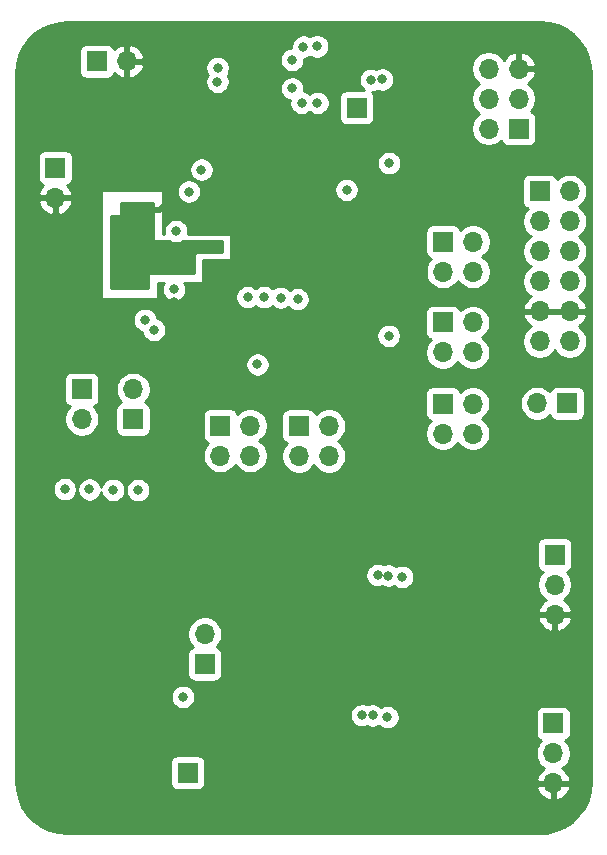
<source format=gbr>
%TF.GenerationSoftware,KiCad,Pcbnew,(5.1.5-0-10_14)*%
%TF.CreationDate,2021-01-02T15:40:46-05:00*%
%TF.ProjectId,E90,4539302e-6b69-4636-9164-5f7063625858,rev?*%
%TF.SameCoordinates,Original*%
%TF.FileFunction,Copper,L2,Inr*%
%TF.FilePolarity,Positive*%
%FSLAX46Y46*%
G04 Gerber Fmt 4.6, Leading zero omitted, Abs format (unit mm)*
G04 Created by KiCad (PCBNEW (5.1.5-0-10_14)) date 2021-01-02 15:40:46*
%MOMM*%
%LPD*%
G04 APERTURE LIST*
%TA.AperFunction,ViaPad*%
%ADD10R,1.700000X1.700000*%
%TD*%
%TA.AperFunction,ViaPad*%
%ADD11O,1.700000X1.700000*%
%TD*%
%TA.AperFunction,ViaPad*%
%ADD12C,0.800000*%
%TD*%
%TA.AperFunction,Conductor*%
%ADD13C,0.500000*%
%TD*%
%TA.AperFunction,Conductor*%
%ADD14C,0.254000*%
%TD*%
G04 APERTURE END LIST*
D10*
%TO.N,Net-(J11-Pad1)*%
%TO.C,J11*%
X65190000Y-114230000D03*
%TD*%
%TO.N,VCC*%
%TO.C,J1*%
X57500000Y-54000000D03*
D11*
%TO.N,GND*%
X60040000Y-54000000D03*
%TD*%
D10*
%TO.N,SWDIO*%
%TO.C,J2*%
X93218000Y-59690000D03*
D11*
%TO.N,SWCLK*%
X90678000Y-59690000D03*
%TO.N,SWO*%
X93218000Y-57150000D03*
%TO.N,+3V3*%
X90678000Y-57150000D03*
%TO.N,GND*%
X93218000Y-54610000D03*
%TO.N,NRST*%
X90678000Y-54610000D03*
%TD*%
%TO.N,GND*%
%TO.C,J3*%
X54000000Y-65540000D03*
D10*
%TO.N,+3V3*%
X54000000Y-63000000D03*
%TD*%
%TO.N,BOOT0*%
%TO.C,J4*%
X79502000Y-57912000D03*
%TD*%
D11*
%TO.N,GND*%
%TO.C,J6*%
X96266000Y-100838000D03*
%TO.N,Net-(C12-Pad2)*%
X96266000Y-98298000D03*
D10*
%TO.N,Net-(C11-Pad2)*%
X96266000Y-95758000D03*
%TD*%
%TO.N,I2S2_MCLK*%
%TO.C,J7*%
X86820000Y-69260000D03*
D11*
%TO.N,CS_MCLK*%
X89360000Y-69260000D03*
%TO.N,PMOD_MCLK*%
X86820000Y-71800000D03*
%TO.N,Net-(J7-Pad4)*%
X89360000Y-71800000D03*
%TD*%
D10*
%TO.N,I2S2_WS*%
%TO.C,J8*%
X86800000Y-76100000D03*
D11*
%TO.N,CS_WS*%
X89340000Y-76100000D03*
%TO.N,PMOD_WS*%
X86800000Y-78640000D03*
%TO.N,Net-(J8-Pad4)*%
X89340000Y-78640000D03*
%TD*%
%TO.N,Net-(J9-Pad4)*%
%TO.C,J9*%
X89340000Y-85510000D03*
%TO.N,PMOD_CLK*%
X86800000Y-85510000D03*
%TO.N,CS_CLK*%
X89340000Y-82970000D03*
D10*
%TO.N,I2S2_CLK*%
X86800000Y-82970000D03*
%TD*%
%TO.N,STM32_I2S2_SDIN*%
%TO.C,J10*%
X67950000Y-84840000D03*
D11*
%TO.N,CS_SDOUT*%
X70490000Y-84840000D03*
%TO.N,PMOD_SDOUT*%
X67950000Y-87380000D03*
%TO.N,Net-(J10-Pad4)*%
X70490000Y-87380000D03*
%TD*%
D10*
%TO.N,Net-(J13-Pad1)*%
%TO.C,J13*%
X96138000Y-110046000D03*
D11*
%TO.N,Net-(J13-Pad2)*%
X96138000Y-112586000D03*
%TO.N,GND*%
X96138000Y-115126000D03*
%TD*%
D10*
%TO.N,PMOD_MCLK*%
%TO.C,J14*%
X95000000Y-65000000D03*
D11*
X97540000Y-65000000D03*
%TO.N,PMOD_WS*%
X95000000Y-67540000D03*
X97540000Y-67540000D03*
%TO.N,PMOD_CLK*%
X95000000Y-70080000D03*
X97540000Y-70080000D03*
%TO.N,PMOD_SDIN*%
X95000000Y-72620000D03*
%TO.N,PMOD_SDOUT*%
X97540000Y-72620000D03*
%TO.N,GND*%
X95000000Y-75160000D03*
X97540000Y-75160000D03*
%TO.N,+3V3*%
X95000000Y-77700000D03*
X97540000Y-77700000D03*
%TD*%
D10*
%TO.N,CS_SDOUT*%
%TO.C,J15*%
X66650000Y-105020000D03*
D11*
%TO.N,CS_SDIN*%
X66650000Y-102480000D03*
%TD*%
%TO.N,STM32_I2S2_SDIN*%
%TO.C,J17*%
X56225000Y-84290000D03*
D10*
%TO.N,Net-(J17-Pad1)*%
X56225000Y-81750000D03*
%TD*%
%TO.N,PMOD_SDOUT*%
%TO.C,J18*%
X97330000Y-82940000D03*
D11*
%TO.N,PMOD_SDIN*%
X94790000Y-82940000D03*
%TD*%
D10*
%TO.N,STM_I2S2_SDOUT*%
%TO.C,J19*%
X60575000Y-84300000D03*
D11*
%TO.N,Net-(J19-Pad2)*%
X60575000Y-81760000D03*
%TD*%
D10*
%TO.N,STM_I2S2_SDOUT*%
%TO.C,J12*%
X74610000Y-84870000D03*
D11*
%TO.N,CS_SDIN*%
X77150000Y-84870000D03*
%TO.N,PMOD_SDIN*%
X74610000Y-87410000D03*
%TO.N,Net-(J12-Pad4)*%
X77150000Y-87410000D03*
%TD*%
D12*
%TO.N,GND*%
X84120000Y-111660000D03*
X92200000Y-97740000D03*
X86590000Y-97770000D03*
X85070000Y-96850000D03*
X78210000Y-51660000D03*
X85560000Y-93880000D03*
X66290000Y-60580000D03*
X67750000Y-52200000D03*
X55768000Y-98772000D03*
X74680000Y-59860000D03*
X70100000Y-59390000D03*
X58760000Y-101230000D03*
X55944000Y-104080000D03*
X56120000Y-101270000D03*
X67710000Y-53260000D03*
X70780000Y-52870000D03*
X63790000Y-62220000D03*
X63510000Y-77400000D03*
X63160000Y-79810000D03*
X86460000Y-95250000D03*
X75990000Y-107910000D03*
X76980000Y-117340000D03*
X73850000Y-116830000D03*
X70470000Y-116810000D03*
X68320000Y-116760000D03*
X61870000Y-66550000D03*
X59370000Y-72470000D03*
X79430000Y-51660000D03*
X81380000Y-51590000D03*
X83080000Y-60810000D03*
X84560000Y-59890000D03*
X92310000Y-105130000D03*
X86670000Y-104970000D03*
X85230000Y-106880000D03*
X84300000Y-105720000D03*
X76270000Y-104120000D03*
X74530000Y-104070000D03*
X71950000Y-104380000D03*
X62640000Y-111360000D03*
X73880000Y-114890000D03*
X70590000Y-114840000D03*
X81170000Y-64110000D03*
X89390000Y-111600000D03*
X88400000Y-112570000D03*
X85090000Y-112540000D03*
X62910000Y-75060000D03*
X83920000Y-78190000D03*
X83900000Y-79760000D03*
X77550000Y-95980000D03*
X76730000Y-96710000D03*
X78490000Y-111700000D03*
X69340000Y-80460000D03*
X76960000Y-80250000D03*
X76030000Y-81200000D03*
X78310000Y-99720000D03*
X62280000Y-107840000D03*
X64420000Y-66730000D03*
X63550000Y-65820000D03*
X64080000Y-74370000D03*
X85020000Y-117940000D03*
X83120000Y-118020000D03*
X88510000Y-118000000D03*
X90490000Y-117970000D03*
X80320000Y-52630000D03*
%TO.N,+3V3*%
X65290000Y-65020000D03*
X64060000Y-73310000D03*
X64220000Y-68360000D03*
X76150000Y-52720000D03*
X61580000Y-75880000D03*
X74990000Y-52740000D03*
X74050000Y-53880000D03*
X74040000Y-56280000D03*
X74850000Y-57520000D03*
X76190000Y-57520000D03*
X67740000Y-54550000D03*
X67720000Y-55730000D03*
X62340000Y-76740000D03*
X64790000Y-107810000D03*
X79970000Y-109360000D03*
X80850000Y-109370000D03*
X82100000Y-109520000D03*
X81280000Y-97500000D03*
X82180000Y-97530000D03*
X83350000Y-97640000D03*
X80730000Y-55570000D03*
X82260000Y-62610000D03*
X66360000Y-63170000D03*
X82220000Y-77240000D03*
X71100000Y-79660000D03*
X81670000Y-55520000D03*
%TO.N,NRST*%
X78660000Y-64870000D03*
%TO.N,Net-(R15-Pad1)*%
X74510000Y-74130000D03*
X61000000Y-90290000D03*
%TO.N,Net-(R16-Pad1)*%
X73070000Y-74010000D03*
X58890000Y-90270000D03*
%TO.N,Net-(R17-Pad2)*%
X71660000Y-73960000D03*
X56870000Y-90240000D03*
%TO.N,Net-(R18-Pad1)*%
X70270000Y-73950000D03*
X54790000Y-90210000D03*
%TD*%
D13*
%TO.N,GND*%
X62820000Y-66550000D02*
X63550000Y-65820000D01*
X61870000Y-66550000D02*
X62820000Y-66550000D01*
%TD*%
D14*
%TO.N,GND*%
G36*
X95768083Y-50731173D02*
G01*
X96511891Y-50934656D01*
X97207905Y-51266638D01*
X97834130Y-51716626D01*
X98370777Y-52270403D01*
X98800871Y-52910451D01*
X99110829Y-53616553D01*
X99292065Y-54371457D01*
X99340000Y-55024207D01*
X99340001Y-114970597D01*
X99268827Y-115768083D01*
X99065344Y-116511890D01*
X98733363Y-117207904D01*
X98283374Y-117834130D01*
X97729597Y-118370777D01*
X97089549Y-118800871D01*
X96383447Y-119110829D01*
X95628543Y-119292065D01*
X94975793Y-119340000D01*
X55029392Y-119340000D01*
X54231917Y-119268827D01*
X53488110Y-119065344D01*
X52792096Y-118733363D01*
X52165870Y-118283374D01*
X51629223Y-117729597D01*
X51199129Y-117089549D01*
X50889171Y-116383447D01*
X50707935Y-115628543D01*
X50660000Y-114975793D01*
X50660000Y-113380000D01*
X63701928Y-113380000D01*
X63701928Y-115080000D01*
X63714188Y-115204482D01*
X63750498Y-115324180D01*
X63809463Y-115434494D01*
X63888815Y-115531185D01*
X63985506Y-115610537D01*
X64095820Y-115669502D01*
X64215518Y-115705812D01*
X64340000Y-115718072D01*
X66040000Y-115718072D01*
X66164482Y-115705812D01*
X66284180Y-115669502D01*
X66394494Y-115610537D01*
X66491185Y-115531185D01*
X66530819Y-115482890D01*
X94696524Y-115482890D01*
X94741175Y-115630099D01*
X94866359Y-115892920D01*
X95040412Y-116126269D01*
X95256645Y-116321178D01*
X95506748Y-116470157D01*
X95781109Y-116567481D01*
X96011000Y-116446814D01*
X96011000Y-115253000D01*
X96265000Y-115253000D01*
X96265000Y-116446814D01*
X96494891Y-116567481D01*
X96769252Y-116470157D01*
X97019355Y-116321178D01*
X97235588Y-116126269D01*
X97409641Y-115892920D01*
X97534825Y-115630099D01*
X97579476Y-115482890D01*
X97458155Y-115253000D01*
X96265000Y-115253000D01*
X96011000Y-115253000D01*
X94817845Y-115253000D01*
X94696524Y-115482890D01*
X66530819Y-115482890D01*
X66570537Y-115434494D01*
X66629502Y-115324180D01*
X66665812Y-115204482D01*
X66678072Y-115080000D01*
X66678072Y-113380000D01*
X66665812Y-113255518D01*
X66629502Y-113135820D01*
X66570537Y-113025506D01*
X66491185Y-112928815D01*
X66394494Y-112849463D01*
X66284180Y-112790498D01*
X66164482Y-112754188D01*
X66040000Y-112741928D01*
X64340000Y-112741928D01*
X64215518Y-112754188D01*
X64095820Y-112790498D01*
X63985506Y-112849463D01*
X63888815Y-112928815D01*
X63809463Y-113025506D01*
X63750498Y-113135820D01*
X63714188Y-113255518D01*
X63701928Y-113380000D01*
X50660000Y-113380000D01*
X50660000Y-109258061D01*
X78935000Y-109258061D01*
X78935000Y-109461939D01*
X78974774Y-109661898D01*
X79052795Y-109850256D01*
X79166063Y-110019774D01*
X79310226Y-110163937D01*
X79479744Y-110277205D01*
X79668102Y-110355226D01*
X79868061Y-110395000D01*
X80071939Y-110395000D01*
X80271898Y-110355226D01*
X80397929Y-110303022D01*
X80548102Y-110365226D01*
X80748061Y-110405000D01*
X80951939Y-110405000D01*
X81151898Y-110365226D01*
X81340256Y-110287205D01*
X81378164Y-110261875D01*
X81440226Y-110323937D01*
X81609744Y-110437205D01*
X81798102Y-110515226D01*
X81998061Y-110555000D01*
X82201939Y-110555000D01*
X82401898Y-110515226D01*
X82590256Y-110437205D01*
X82759774Y-110323937D01*
X82903937Y-110179774D01*
X83017205Y-110010256D01*
X83095226Y-109821898D01*
X83135000Y-109621939D01*
X83135000Y-109418061D01*
X83095226Y-109218102D01*
X83086071Y-109196000D01*
X94649928Y-109196000D01*
X94649928Y-110896000D01*
X94662188Y-111020482D01*
X94698498Y-111140180D01*
X94757463Y-111250494D01*
X94836815Y-111347185D01*
X94933506Y-111426537D01*
X95043820Y-111485502D01*
X95116380Y-111507513D01*
X94984525Y-111639368D01*
X94822010Y-111882589D01*
X94710068Y-112152842D01*
X94653000Y-112439740D01*
X94653000Y-112732260D01*
X94710068Y-113019158D01*
X94822010Y-113289411D01*
X94984525Y-113532632D01*
X95191368Y-113739475D01*
X95373534Y-113861195D01*
X95256645Y-113930822D01*
X95040412Y-114125731D01*
X94866359Y-114359080D01*
X94741175Y-114621901D01*
X94696524Y-114769110D01*
X94817845Y-114999000D01*
X96011000Y-114999000D01*
X96011000Y-114979000D01*
X96265000Y-114979000D01*
X96265000Y-114999000D01*
X97458155Y-114999000D01*
X97579476Y-114769110D01*
X97534825Y-114621901D01*
X97409641Y-114359080D01*
X97235588Y-114125731D01*
X97019355Y-113930822D01*
X96902466Y-113861195D01*
X97084632Y-113739475D01*
X97291475Y-113532632D01*
X97453990Y-113289411D01*
X97565932Y-113019158D01*
X97623000Y-112732260D01*
X97623000Y-112439740D01*
X97565932Y-112152842D01*
X97453990Y-111882589D01*
X97291475Y-111639368D01*
X97159620Y-111507513D01*
X97232180Y-111485502D01*
X97342494Y-111426537D01*
X97439185Y-111347185D01*
X97518537Y-111250494D01*
X97577502Y-111140180D01*
X97613812Y-111020482D01*
X97626072Y-110896000D01*
X97626072Y-109196000D01*
X97613812Y-109071518D01*
X97577502Y-108951820D01*
X97518537Y-108841506D01*
X97439185Y-108744815D01*
X97342494Y-108665463D01*
X97232180Y-108606498D01*
X97112482Y-108570188D01*
X96988000Y-108557928D01*
X95288000Y-108557928D01*
X95163518Y-108570188D01*
X95043820Y-108606498D01*
X94933506Y-108665463D01*
X94836815Y-108744815D01*
X94757463Y-108841506D01*
X94698498Y-108951820D01*
X94662188Y-109071518D01*
X94649928Y-109196000D01*
X83086071Y-109196000D01*
X83017205Y-109029744D01*
X82903937Y-108860226D01*
X82759774Y-108716063D01*
X82590256Y-108602795D01*
X82401898Y-108524774D01*
X82201939Y-108485000D01*
X81998061Y-108485000D01*
X81798102Y-108524774D01*
X81609744Y-108602795D01*
X81571836Y-108628125D01*
X81509774Y-108566063D01*
X81340256Y-108452795D01*
X81151898Y-108374774D01*
X80951939Y-108335000D01*
X80748061Y-108335000D01*
X80548102Y-108374774D01*
X80422071Y-108426978D01*
X80271898Y-108364774D01*
X80071939Y-108325000D01*
X79868061Y-108325000D01*
X79668102Y-108364774D01*
X79479744Y-108442795D01*
X79310226Y-108556063D01*
X79166063Y-108700226D01*
X79052795Y-108869744D01*
X78974774Y-109058102D01*
X78935000Y-109258061D01*
X50660000Y-109258061D01*
X50660000Y-107708061D01*
X63755000Y-107708061D01*
X63755000Y-107911939D01*
X63794774Y-108111898D01*
X63872795Y-108300256D01*
X63986063Y-108469774D01*
X64130226Y-108613937D01*
X64299744Y-108727205D01*
X64488102Y-108805226D01*
X64688061Y-108845000D01*
X64891939Y-108845000D01*
X65091898Y-108805226D01*
X65280256Y-108727205D01*
X65449774Y-108613937D01*
X65593937Y-108469774D01*
X65707205Y-108300256D01*
X65785226Y-108111898D01*
X65825000Y-107911939D01*
X65825000Y-107708061D01*
X65785226Y-107508102D01*
X65707205Y-107319744D01*
X65593937Y-107150226D01*
X65449774Y-107006063D01*
X65280256Y-106892795D01*
X65091898Y-106814774D01*
X64891939Y-106775000D01*
X64688061Y-106775000D01*
X64488102Y-106814774D01*
X64299744Y-106892795D01*
X64130226Y-107006063D01*
X63986063Y-107150226D01*
X63872795Y-107319744D01*
X63794774Y-107508102D01*
X63755000Y-107708061D01*
X50660000Y-107708061D01*
X50660000Y-104170000D01*
X65161928Y-104170000D01*
X65161928Y-105870000D01*
X65174188Y-105994482D01*
X65210498Y-106114180D01*
X65269463Y-106224494D01*
X65348815Y-106321185D01*
X65445506Y-106400537D01*
X65555820Y-106459502D01*
X65675518Y-106495812D01*
X65800000Y-106508072D01*
X67500000Y-106508072D01*
X67624482Y-106495812D01*
X67744180Y-106459502D01*
X67854494Y-106400537D01*
X67951185Y-106321185D01*
X68030537Y-106224494D01*
X68089502Y-106114180D01*
X68125812Y-105994482D01*
X68138072Y-105870000D01*
X68138072Y-104170000D01*
X68125812Y-104045518D01*
X68089502Y-103925820D01*
X68030537Y-103815506D01*
X67951185Y-103718815D01*
X67854494Y-103639463D01*
X67744180Y-103580498D01*
X67671620Y-103558487D01*
X67803475Y-103426632D01*
X67965990Y-103183411D01*
X68077932Y-102913158D01*
X68135000Y-102626260D01*
X68135000Y-102333740D01*
X68077932Y-102046842D01*
X67965990Y-101776589D01*
X67803475Y-101533368D01*
X67596632Y-101326525D01*
X67399627Y-101194890D01*
X94824524Y-101194890D01*
X94869175Y-101342099D01*
X94994359Y-101604920D01*
X95168412Y-101838269D01*
X95384645Y-102033178D01*
X95634748Y-102182157D01*
X95909109Y-102279481D01*
X96139000Y-102158814D01*
X96139000Y-100965000D01*
X96393000Y-100965000D01*
X96393000Y-102158814D01*
X96622891Y-102279481D01*
X96897252Y-102182157D01*
X97147355Y-102033178D01*
X97363588Y-101838269D01*
X97537641Y-101604920D01*
X97662825Y-101342099D01*
X97707476Y-101194890D01*
X97586155Y-100965000D01*
X96393000Y-100965000D01*
X96139000Y-100965000D01*
X94945845Y-100965000D01*
X94824524Y-101194890D01*
X67399627Y-101194890D01*
X67353411Y-101164010D01*
X67083158Y-101052068D01*
X66796260Y-100995000D01*
X66503740Y-100995000D01*
X66216842Y-101052068D01*
X65946589Y-101164010D01*
X65703368Y-101326525D01*
X65496525Y-101533368D01*
X65334010Y-101776589D01*
X65222068Y-102046842D01*
X65165000Y-102333740D01*
X65165000Y-102626260D01*
X65222068Y-102913158D01*
X65334010Y-103183411D01*
X65496525Y-103426632D01*
X65628380Y-103558487D01*
X65555820Y-103580498D01*
X65445506Y-103639463D01*
X65348815Y-103718815D01*
X65269463Y-103815506D01*
X65210498Y-103925820D01*
X65174188Y-104045518D01*
X65161928Y-104170000D01*
X50660000Y-104170000D01*
X50660000Y-97398061D01*
X80245000Y-97398061D01*
X80245000Y-97601939D01*
X80284774Y-97801898D01*
X80362795Y-97990256D01*
X80476063Y-98159774D01*
X80620226Y-98303937D01*
X80789744Y-98417205D01*
X80978102Y-98495226D01*
X81178061Y-98535000D01*
X81381939Y-98535000D01*
X81581898Y-98495226D01*
X81693787Y-98448880D01*
X81878102Y-98525226D01*
X82078061Y-98565000D01*
X82281939Y-98565000D01*
X82481898Y-98525226D01*
X82670256Y-98447205D01*
X82684186Y-98437897D01*
X82690226Y-98443937D01*
X82859744Y-98557205D01*
X83048102Y-98635226D01*
X83248061Y-98675000D01*
X83451939Y-98675000D01*
X83651898Y-98635226D01*
X83840256Y-98557205D01*
X84009774Y-98443937D01*
X84153937Y-98299774D01*
X84267205Y-98130256D01*
X84345226Y-97941898D01*
X84385000Y-97741939D01*
X84385000Y-97538061D01*
X84345226Y-97338102D01*
X84267205Y-97149744D01*
X84153937Y-96980226D01*
X84009774Y-96836063D01*
X83840256Y-96722795D01*
X83651898Y-96644774D01*
X83451939Y-96605000D01*
X83248061Y-96605000D01*
X83048102Y-96644774D01*
X82859744Y-96722795D01*
X82845814Y-96732103D01*
X82839774Y-96726063D01*
X82670256Y-96612795D01*
X82481898Y-96534774D01*
X82281939Y-96495000D01*
X82078061Y-96495000D01*
X81878102Y-96534774D01*
X81766213Y-96581120D01*
X81581898Y-96504774D01*
X81381939Y-96465000D01*
X81178061Y-96465000D01*
X80978102Y-96504774D01*
X80789744Y-96582795D01*
X80620226Y-96696063D01*
X80476063Y-96840226D01*
X80362795Y-97009744D01*
X80284774Y-97198102D01*
X80245000Y-97398061D01*
X50660000Y-97398061D01*
X50660000Y-94908000D01*
X94777928Y-94908000D01*
X94777928Y-96608000D01*
X94790188Y-96732482D01*
X94826498Y-96852180D01*
X94885463Y-96962494D01*
X94964815Y-97059185D01*
X95061506Y-97138537D01*
X95171820Y-97197502D01*
X95244380Y-97219513D01*
X95112525Y-97351368D01*
X94950010Y-97594589D01*
X94838068Y-97864842D01*
X94781000Y-98151740D01*
X94781000Y-98444260D01*
X94838068Y-98731158D01*
X94950010Y-99001411D01*
X95112525Y-99244632D01*
X95319368Y-99451475D01*
X95501534Y-99573195D01*
X95384645Y-99642822D01*
X95168412Y-99837731D01*
X94994359Y-100071080D01*
X94869175Y-100333901D01*
X94824524Y-100481110D01*
X94945845Y-100711000D01*
X96139000Y-100711000D01*
X96139000Y-100691000D01*
X96393000Y-100691000D01*
X96393000Y-100711000D01*
X97586155Y-100711000D01*
X97707476Y-100481110D01*
X97662825Y-100333901D01*
X97537641Y-100071080D01*
X97363588Y-99837731D01*
X97147355Y-99642822D01*
X97030466Y-99573195D01*
X97212632Y-99451475D01*
X97419475Y-99244632D01*
X97581990Y-99001411D01*
X97693932Y-98731158D01*
X97751000Y-98444260D01*
X97751000Y-98151740D01*
X97693932Y-97864842D01*
X97581990Y-97594589D01*
X97419475Y-97351368D01*
X97287620Y-97219513D01*
X97360180Y-97197502D01*
X97470494Y-97138537D01*
X97567185Y-97059185D01*
X97646537Y-96962494D01*
X97705502Y-96852180D01*
X97741812Y-96732482D01*
X97754072Y-96608000D01*
X97754072Y-94908000D01*
X97741812Y-94783518D01*
X97705502Y-94663820D01*
X97646537Y-94553506D01*
X97567185Y-94456815D01*
X97470494Y-94377463D01*
X97360180Y-94318498D01*
X97240482Y-94282188D01*
X97116000Y-94269928D01*
X95416000Y-94269928D01*
X95291518Y-94282188D01*
X95171820Y-94318498D01*
X95061506Y-94377463D01*
X94964815Y-94456815D01*
X94885463Y-94553506D01*
X94826498Y-94663820D01*
X94790188Y-94783518D01*
X94777928Y-94908000D01*
X50660000Y-94908000D01*
X50660000Y-90108061D01*
X53755000Y-90108061D01*
X53755000Y-90311939D01*
X53794774Y-90511898D01*
X53872795Y-90700256D01*
X53986063Y-90869774D01*
X54130226Y-91013937D01*
X54299744Y-91127205D01*
X54488102Y-91205226D01*
X54688061Y-91245000D01*
X54891939Y-91245000D01*
X55091898Y-91205226D01*
X55280256Y-91127205D01*
X55449774Y-91013937D01*
X55593937Y-90869774D01*
X55707205Y-90700256D01*
X55785226Y-90511898D01*
X55825000Y-90311939D01*
X55825000Y-90138061D01*
X55835000Y-90138061D01*
X55835000Y-90341939D01*
X55874774Y-90541898D01*
X55952795Y-90730256D01*
X56066063Y-90899774D01*
X56210226Y-91043937D01*
X56379744Y-91157205D01*
X56568102Y-91235226D01*
X56768061Y-91275000D01*
X56971939Y-91275000D01*
X57171898Y-91235226D01*
X57360256Y-91157205D01*
X57529774Y-91043937D01*
X57673937Y-90899774D01*
X57787205Y-90730256D01*
X57865226Y-90541898D01*
X57877016Y-90482623D01*
X57894774Y-90571898D01*
X57972795Y-90760256D01*
X58086063Y-90929774D01*
X58230226Y-91073937D01*
X58399744Y-91187205D01*
X58588102Y-91265226D01*
X58788061Y-91305000D01*
X58991939Y-91305000D01*
X59191898Y-91265226D01*
X59380256Y-91187205D01*
X59549774Y-91073937D01*
X59693937Y-90929774D01*
X59807205Y-90760256D01*
X59885226Y-90571898D01*
X59925000Y-90371939D01*
X59925000Y-90188061D01*
X59965000Y-90188061D01*
X59965000Y-90391939D01*
X60004774Y-90591898D01*
X60082795Y-90780256D01*
X60196063Y-90949774D01*
X60340226Y-91093937D01*
X60509744Y-91207205D01*
X60698102Y-91285226D01*
X60898061Y-91325000D01*
X61101939Y-91325000D01*
X61301898Y-91285226D01*
X61490256Y-91207205D01*
X61659774Y-91093937D01*
X61803937Y-90949774D01*
X61917205Y-90780256D01*
X61995226Y-90591898D01*
X62035000Y-90391939D01*
X62035000Y-90188061D01*
X61995226Y-89988102D01*
X61917205Y-89799744D01*
X61803937Y-89630226D01*
X61659774Y-89486063D01*
X61490256Y-89372795D01*
X61301898Y-89294774D01*
X61101939Y-89255000D01*
X60898061Y-89255000D01*
X60698102Y-89294774D01*
X60509744Y-89372795D01*
X60340226Y-89486063D01*
X60196063Y-89630226D01*
X60082795Y-89799744D01*
X60004774Y-89988102D01*
X59965000Y-90188061D01*
X59925000Y-90188061D01*
X59925000Y-90168061D01*
X59885226Y-89968102D01*
X59807205Y-89779744D01*
X59693937Y-89610226D01*
X59549774Y-89466063D01*
X59380256Y-89352795D01*
X59191898Y-89274774D01*
X58991939Y-89235000D01*
X58788061Y-89235000D01*
X58588102Y-89274774D01*
X58399744Y-89352795D01*
X58230226Y-89466063D01*
X58086063Y-89610226D01*
X57972795Y-89779744D01*
X57894774Y-89968102D01*
X57882984Y-90027377D01*
X57865226Y-89938102D01*
X57787205Y-89749744D01*
X57673937Y-89580226D01*
X57529774Y-89436063D01*
X57360256Y-89322795D01*
X57171898Y-89244774D01*
X56971939Y-89205000D01*
X56768061Y-89205000D01*
X56568102Y-89244774D01*
X56379744Y-89322795D01*
X56210226Y-89436063D01*
X56066063Y-89580226D01*
X55952795Y-89749744D01*
X55874774Y-89938102D01*
X55835000Y-90138061D01*
X55825000Y-90138061D01*
X55825000Y-90108061D01*
X55785226Y-89908102D01*
X55707205Y-89719744D01*
X55593937Y-89550226D01*
X55449774Y-89406063D01*
X55280256Y-89292795D01*
X55091898Y-89214774D01*
X54891939Y-89175000D01*
X54688061Y-89175000D01*
X54488102Y-89214774D01*
X54299744Y-89292795D01*
X54130226Y-89406063D01*
X53986063Y-89550226D01*
X53872795Y-89719744D01*
X53794774Y-89908102D01*
X53755000Y-90108061D01*
X50660000Y-90108061D01*
X50660000Y-80900000D01*
X54736928Y-80900000D01*
X54736928Y-82600000D01*
X54749188Y-82724482D01*
X54785498Y-82844180D01*
X54844463Y-82954494D01*
X54923815Y-83051185D01*
X55020506Y-83130537D01*
X55130820Y-83189502D01*
X55203380Y-83211513D01*
X55071525Y-83343368D01*
X54909010Y-83586589D01*
X54797068Y-83856842D01*
X54740000Y-84143740D01*
X54740000Y-84436260D01*
X54797068Y-84723158D01*
X54909010Y-84993411D01*
X55071525Y-85236632D01*
X55278368Y-85443475D01*
X55521589Y-85605990D01*
X55791842Y-85717932D01*
X56078740Y-85775000D01*
X56371260Y-85775000D01*
X56658158Y-85717932D01*
X56928411Y-85605990D01*
X57171632Y-85443475D01*
X57378475Y-85236632D01*
X57540990Y-84993411D01*
X57652932Y-84723158D01*
X57710000Y-84436260D01*
X57710000Y-84143740D01*
X57652932Y-83856842D01*
X57540990Y-83586589D01*
X57449725Y-83450000D01*
X59086928Y-83450000D01*
X59086928Y-85150000D01*
X59099188Y-85274482D01*
X59135498Y-85394180D01*
X59194463Y-85504494D01*
X59273815Y-85601185D01*
X59370506Y-85680537D01*
X59480820Y-85739502D01*
X59600518Y-85775812D01*
X59725000Y-85788072D01*
X61425000Y-85788072D01*
X61549482Y-85775812D01*
X61669180Y-85739502D01*
X61779494Y-85680537D01*
X61876185Y-85601185D01*
X61955537Y-85504494D01*
X62014502Y-85394180D01*
X62050812Y-85274482D01*
X62063072Y-85150000D01*
X62063072Y-83990000D01*
X66461928Y-83990000D01*
X66461928Y-85690000D01*
X66474188Y-85814482D01*
X66510498Y-85934180D01*
X66569463Y-86044494D01*
X66648815Y-86141185D01*
X66745506Y-86220537D01*
X66855820Y-86279502D01*
X66928380Y-86301513D01*
X66796525Y-86433368D01*
X66634010Y-86676589D01*
X66522068Y-86946842D01*
X66465000Y-87233740D01*
X66465000Y-87526260D01*
X66522068Y-87813158D01*
X66634010Y-88083411D01*
X66796525Y-88326632D01*
X67003368Y-88533475D01*
X67246589Y-88695990D01*
X67516842Y-88807932D01*
X67803740Y-88865000D01*
X68096260Y-88865000D01*
X68383158Y-88807932D01*
X68653411Y-88695990D01*
X68896632Y-88533475D01*
X69103475Y-88326632D01*
X69220000Y-88152240D01*
X69336525Y-88326632D01*
X69543368Y-88533475D01*
X69786589Y-88695990D01*
X70056842Y-88807932D01*
X70343740Y-88865000D01*
X70636260Y-88865000D01*
X70923158Y-88807932D01*
X71193411Y-88695990D01*
X71436632Y-88533475D01*
X71643475Y-88326632D01*
X71805990Y-88083411D01*
X71917932Y-87813158D01*
X71975000Y-87526260D01*
X71975000Y-87233740D01*
X71917932Y-86946842D01*
X71805990Y-86676589D01*
X71643475Y-86433368D01*
X71436632Y-86226525D01*
X71262240Y-86110000D01*
X71436632Y-85993475D01*
X71643475Y-85786632D01*
X71805990Y-85543411D01*
X71917932Y-85273158D01*
X71975000Y-84986260D01*
X71975000Y-84693740D01*
X71917932Y-84406842D01*
X71805990Y-84136589D01*
X71728088Y-84020000D01*
X73121928Y-84020000D01*
X73121928Y-85720000D01*
X73134188Y-85844482D01*
X73170498Y-85964180D01*
X73229463Y-86074494D01*
X73308815Y-86171185D01*
X73405506Y-86250537D01*
X73515820Y-86309502D01*
X73588380Y-86331513D01*
X73456525Y-86463368D01*
X73294010Y-86706589D01*
X73182068Y-86976842D01*
X73125000Y-87263740D01*
X73125000Y-87556260D01*
X73182068Y-87843158D01*
X73294010Y-88113411D01*
X73456525Y-88356632D01*
X73663368Y-88563475D01*
X73906589Y-88725990D01*
X74176842Y-88837932D01*
X74463740Y-88895000D01*
X74756260Y-88895000D01*
X75043158Y-88837932D01*
X75313411Y-88725990D01*
X75556632Y-88563475D01*
X75763475Y-88356632D01*
X75880000Y-88182240D01*
X75996525Y-88356632D01*
X76203368Y-88563475D01*
X76446589Y-88725990D01*
X76716842Y-88837932D01*
X77003740Y-88895000D01*
X77296260Y-88895000D01*
X77583158Y-88837932D01*
X77853411Y-88725990D01*
X78096632Y-88563475D01*
X78303475Y-88356632D01*
X78465990Y-88113411D01*
X78577932Y-87843158D01*
X78635000Y-87556260D01*
X78635000Y-87263740D01*
X78577932Y-86976842D01*
X78465990Y-86706589D01*
X78303475Y-86463368D01*
X78096632Y-86256525D01*
X77922240Y-86140000D01*
X78096632Y-86023475D01*
X78303475Y-85816632D01*
X78465990Y-85573411D01*
X78577932Y-85303158D01*
X78635000Y-85016260D01*
X78635000Y-84723740D01*
X78577932Y-84436842D01*
X78465990Y-84166589D01*
X78303475Y-83923368D01*
X78096632Y-83716525D01*
X77853411Y-83554010D01*
X77583158Y-83442068D01*
X77296260Y-83385000D01*
X77003740Y-83385000D01*
X76716842Y-83442068D01*
X76446589Y-83554010D01*
X76203368Y-83716525D01*
X76071513Y-83848380D01*
X76049502Y-83775820D01*
X75990537Y-83665506D01*
X75911185Y-83568815D01*
X75814494Y-83489463D01*
X75704180Y-83430498D01*
X75584482Y-83394188D01*
X75460000Y-83381928D01*
X73760000Y-83381928D01*
X73635518Y-83394188D01*
X73515820Y-83430498D01*
X73405506Y-83489463D01*
X73308815Y-83568815D01*
X73229463Y-83665506D01*
X73170498Y-83775820D01*
X73134188Y-83895518D01*
X73121928Y-84020000D01*
X71728088Y-84020000D01*
X71643475Y-83893368D01*
X71436632Y-83686525D01*
X71193411Y-83524010D01*
X70923158Y-83412068D01*
X70636260Y-83355000D01*
X70343740Y-83355000D01*
X70056842Y-83412068D01*
X69786589Y-83524010D01*
X69543368Y-83686525D01*
X69411513Y-83818380D01*
X69389502Y-83745820D01*
X69330537Y-83635506D01*
X69251185Y-83538815D01*
X69154494Y-83459463D01*
X69044180Y-83400498D01*
X68924482Y-83364188D01*
X68800000Y-83351928D01*
X67100000Y-83351928D01*
X66975518Y-83364188D01*
X66855820Y-83400498D01*
X66745506Y-83459463D01*
X66648815Y-83538815D01*
X66569463Y-83635506D01*
X66510498Y-83745820D01*
X66474188Y-83865518D01*
X66461928Y-83990000D01*
X62063072Y-83990000D01*
X62063072Y-83450000D01*
X62050812Y-83325518D01*
X62014502Y-83205820D01*
X61955537Y-83095506D01*
X61876185Y-82998815D01*
X61779494Y-82919463D01*
X61669180Y-82860498D01*
X61596620Y-82838487D01*
X61728475Y-82706632D01*
X61890990Y-82463411D01*
X62002932Y-82193158D01*
X62017484Y-82120000D01*
X85311928Y-82120000D01*
X85311928Y-83820000D01*
X85324188Y-83944482D01*
X85360498Y-84064180D01*
X85419463Y-84174494D01*
X85498815Y-84271185D01*
X85595506Y-84350537D01*
X85705820Y-84409502D01*
X85778380Y-84431513D01*
X85646525Y-84563368D01*
X85484010Y-84806589D01*
X85372068Y-85076842D01*
X85315000Y-85363740D01*
X85315000Y-85656260D01*
X85372068Y-85943158D01*
X85484010Y-86213411D01*
X85646525Y-86456632D01*
X85853368Y-86663475D01*
X86096589Y-86825990D01*
X86366842Y-86937932D01*
X86653740Y-86995000D01*
X86946260Y-86995000D01*
X87233158Y-86937932D01*
X87503411Y-86825990D01*
X87746632Y-86663475D01*
X87953475Y-86456632D01*
X88070000Y-86282240D01*
X88186525Y-86456632D01*
X88393368Y-86663475D01*
X88636589Y-86825990D01*
X88906842Y-86937932D01*
X89193740Y-86995000D01*
X89486260Y-86995000D01*
X89773158Y-86937932D01*
X90043411Y-86825990D01*
X90286632Y-86663475D01*
X90493475Y-86456632D01*
X90655990Y-86213411D01*
X90767932Y-85943158D01*
X90825000Y-85656260D01*
X90825000Y-85363740D01*
X90767932Y-85076842D01*
X90655990Y-84806589D01*
X90493475Y-84563368D01*
X90286632Y-84356525D01*
X90112240Y-84240000D01*
X90286632Y-84123475D01*
X90493475Y-83916632D01*
X90655990Y-83673411D01*
X90767932Y-83403158D01*
X90825000Y-83116260D01*
X90825000Y-82823740D01*
X90819033Y-82793740D01*
X93305000Y-82793740D01*
X93305000Y-83086260D01*
X93362068Y-83373158D01*
X93474010Y-83643411D01*
X93636525Y-83886632D01*
X93843368Y-84093475D01*
X94086589Y-84255990D01*
X94356842Y-84367932D01*
X94643740Y-84425000D01*
X94936260Y-84425000D01*
X95223158Y-84367932D01*
X95493411Y-84255990D01*
X95736632Y-84093475D01*
X95868487Y-83961620D01*
X95890498Y-84034180D01*
X95949463Y-84144494D01*
X96028815Y-84241185D01*
X96125506Y-84320537D01*
X96235820Y-84379502D01*
X96355518Y-84415812D01*
X96480000Y-84428072D01*
X98180000Y-84428072D01*
X98304482Y-84415812D01*
X98424180Y-84379502D01*
X98534494Y-84320537D01*
X98631185Y-84241185D01*
X98710537Y-84144494D01*
X98769502Y-84034180D01*
X98805812Y-83914482D01*
X98818072Y-83790000D01*
X98818072Y-82090000D01*
X98805812Y-81965518D01*
X98769502Y-81845820D01*
X98710537Y-81735506D01*
X98631185Y-81638815D01*
X98534494Y-81559463D01*
X98424180Y-81500498D01*
X98304482Y-81464188D01*
X98180000Y-81451928D01*
X96480000Y-81451928D01*
X96355518Y-81464188D01*
X96235820Y-81500498D01*
X96125506Y-81559463D01*
X96028815Y-81638815D01*
X95949463Y-81735506D01*
X95890498Y-81845820D01*
X95868487Y-81918380D01*
X95736632Y-81786525D01*
X95493411Y-81624010D01*
X95223158Y-81512068D01*
X94936260Y-81455000D01*
X94643740Y-81455000D01*
X94356842Y-81512068D01*
X94086589Y-81624010D01*
X93843368Y-81786525D01*
X93636525Y-81993368D01*
X93474010Y-82236589D01*
X93362068Y-82506842D01*
X93305000Y-82793740D01*
X90819033Y-82793740D01*
X90767932Y-82536842D01*
X90655990Y-82266589D01*
X90493475Y-82023368D01*
X90286632Y-81816525D01*
X90043411Y-81654010D01*
X89773158Y-81542068D01*
X89486260Y-81485000D01*
X89193740Y-81485000D01*
X88906842Y-81542068D01*
X88636589Y-81654010D01*
X88393368Y-81816525D01*
X88261513Y-81948380D01*
X88239502Y-81875820D01*
X88180537Y-81765506D01*
X88101185Y-81668815D01*
X88004494Y-81589463D01*
X87894180Y-81530498D01*
X87774482Y-81494188D01*
X87650000Y-81481928D01*
X85950000Y-81481928D01*
X85825518Y-81494188D01*
X85705820Y-81530498D01*
X85595506Y-81589463D01*
X85498815Y-81668815D01*
X85419463Y-81765506D01*
X85360498Y-81875820D01*
X85324188Y-81995518D01*
X85311928Y-82120000D01*
X62017484Y-82120000D01*
X62060000Y-81906260D01*
X62060000Y-81613740D01*
X62002932Y-81326842D01*
X61890990Y-81056589D01*
X61728475Y-80813368D01*
X61521632Y-80606525D01*
X61278411Y-80444010D01*
X61008158Y-80332068D01*
X60721260Y-80275000D01*
X60428740Y-80275000D01*
X60141842Y-80332068D01*
X59871589Y-80444010D01*
X59628368Y-80606525D01*
X59421525Y-80813368D01*
X59259010Y-81056589D01*
X59147068Y-81326842D01*
X59090000Y-81613740D01*
X59090000Y-81906260D01*
X59147068Y-82193158D01*
X59259010Y-82463411D01*
X59421525Y-82706632D01*
X59553380Y-82838487D01*
X59480820Y-82860498D01*
X59370506Y-82919463D01*
X59273815Y-82998815D01*
X59194463Y-83095506D01*
X59135498Y-83205820D01*
X59099188Y-83325518D01*
X59086928Y-83450000D01*
X57449725Y-83450000D01*
X57378475Y-83343368D01*
X57246620Y-83211513D01*
X57319180Y-83189502D01*
X57429494Y-83130537D01*
X57526185Y-83051185D01*
X57605537Y-82954494D01*
X57664502Y-82844180D01*
X57700812Y-82724482D01*
X57713072Y-82600000D01*
X57713072Y-80900000D01*
X57700812Y-80775518D01*
X57664502Y-80655820D01*
X57605537Y-80545506D01*
X57526185Y-80448815D01*
X57429494Y-80369463D01*
X57319180Y-80310498D01*
X57199482Y-80274188D01*
X57075000Y-80261928D01*
X55375000Y-80261928D01*
X55250518Y-80274188D01*
X55130820Y-80310498D01*
X55020506Y-80369463D01*
X54923815Y-80448815D01*
X54844463Y-80545506D01*
X54785498Y-80655820D01*
X54749188Y-80775518D01*
X54736928Y-80900000D01*
X50660000Y-80900000D01*
X50660000Y-79558061D01*
X70065000Y-79558061D01*
X70065000Y-79761939D01*
X70104774Y-79961898D01*
X70182795Y-80150256D01*
X70296063Y-80319774D01*
X70440226Y-80463937D01*
X70609744Y-80577205D01*
X70798102Y-80655226D01*
X70998061Y-80695000D01*
X71201939Y-80695000D01*
X71401898Y-80655226D01*
X71590256Y-80577205D01*
X71759774Y-80463937D01*
X71903937Y-80319774D01*
X72017205Y-80150256D01*
X72095226Y-79961898D01*
X72135000Y-79761939D01*
X72135000Y-79558061D01*
X72095226Y-79358102D01*
X72017205Y-79169744D01*
X71903937Y-79000226D01*
X71759774Y-78856063D01*
X71590256Y-78742795D01*
X71401898Y-78664774D01*
X71201939Y-78625000D01*
X70998061Y-78625000D01*
X70798102Y-78664774D01*
X70609744Y-78742795D01*
X70440226Y-78856063D01*
X70296063Y-79000226D01*
X70182795Y-79169744D01*
X70104774Y-79358102D01*
X70065000Y-79558061D01*
X50660000Y-79558061D01*
X50660000Y-75778061D01*
X60545000Y-75778061D01*
X60545000Y-75981939D01*
X60584774Y-76181898D01*
X60662795Y-76370256D01*
X60776063Y-76539774D01*
X60920226Y-76683937D01*
X61089744Y-76797205D01*
X61278102Y-76875226D01*
X61313002Y-76882168D01*
X61344774Y-77041898D01*
X61422795Y-77230256D01*
X61536063Y-77399774D01*
X61680226Y-77543937D01*
X61849744Y-77657205D01*
X62038102Y-77735226D01*
X62238061Y-77775000D01*
X62441939Y-77775000D01*
X62641898Y-77735226D01*
X62830256Y-77657205D01*
X62999774Y-77543937D01*
X63143937Y-77399774D01*
X63257205Y-77230256D01*
X63295393Y-77138061D01*
X81185000Y-77138061D01*
X81185000Y-77341939D01*
X81224774Y-77541898D01*
X81302795Y-77730256D01*
X81416063Y-77899774D01*
X81560226Y-78043937D01*
X81729744Y-78157205D01*
X81918102Y-78235226D01*
X82118061Y-78275000D01*
X82321939Y-78275000D01*
X82521898Y-78235226D01*
X82710256Y-78157205D01*
X82879774Y-78043937D01*
X83023937Y-77899774D01*
X83137205Y-77730256D01*
X83215226Y-77541898D01*
X83255000Y-77341939D01*
X83255000Y-77138061D01*
X83215226Y-76938102D01*
X83137205Y-76749744D01*
X83023937Y-76580226D01*
X82879774Y-76436063D01*
X82710256Y-76322795D01*
X82521898Y-76244774D01*
X82321939Y-76205000D01*
X82118061Y-76205000D01*
X81918102Y-76244774D01*
X81729744Y-76322795D01*
X81560226Y-76436063D01*
X81416063Y-76580226D01*
X81302795Y-76749744D01*
X81224774Y-76938102D01*
X81185000Y-77138061D01*
X63295393Y-77138061D01*
X63335226Y-77041898D01*
X63375000Y-76841939D01*
X63375000Y-76638061D01*
X63335226Y-76438102D01*
X63257205Y-76249744D01*
X63143937Y-76080226D01*
X62999774Y-75936063D01*
X62830256Y-75822795D01*
X62641898Y-75744774D01*
X62606998Y-75737832D01*
X62575226Y-75578102D01*
X62497205Y-75389744D01*
X62403832Y-75250000D01*
X85311928Y-75250000D01*
X85311928Y-76950000D01*
X85324188Y-77074482D01*
X85360498Y-77194180D01*
X85419463Y-77304494D01*
X85498815Y-77401185D01*
X85595506Y-77480537D01*
X85705820Y-77539502D01*
X85778380Y-77561513D01*
X85646525Y-77693368D01*
X85484010Y-77936589D01*
X85372068Y-78206842D01*
X85315000Y-78493740D01*
X85315000Y-78786260D01*
X85372068Y-79073158D01*
X85484010Y-79343411D01*
X85646525Y-79586632D01*
X85853368Y-79793475D01*
X86096589Y-79955990D01*
X86366842Y-80067932D01*
X86653740Y-80125000D01*
X86946260Y-80125000D01*
X87233158Y-80067932D01*
X87503411Y-79955990D01*
X87746632Y-79793475D01*
X87953475Y-79586632D01*
X88070000Y-79412240D01*
X88186525Y-79586632D01*
X88393368Y-79793475D01*
X88636589Y-79955990D01*
X88906842Y-80067932D01*
X89193740Y-80125000D01*
X89486260Y-80125000D01*
X89773158Y-80067932D01*
X90043411Y-79955990D01*
X90286632Y-79793475D01*
X90493475Y-79586632D01*
X90655990Y-79343411D01*
X90767932Y-79073158D01*
X90825000Y-78786260D01*
X90825000Y-78493740D01*
X90767932Y-78206842D01*
X90655990Y-77936589D01*
X90493475Y-77693368D01*
X90353847Y-77553740D01*
X93515000Y-77553740D01*
X93515000Y-77846260D01*
X93572068Y-78133158D01*
X93684010Y-78403411D01*
X93846525Y-78646632D01*
X94053368Y-78853475D01*
X94296589Y-79015990D01*
X94566842Y-79127932D01*
X94853740Y-79185000D01*
X95146260Y-79185000D01*
X95433158Y-79127932D01*
X95703411Y-79015990D01*
X95946632Y-78853475D01*
X96153475Y-78646632D01*
X96270000Y-78472240D01*
X96386525Y-78646632D01*
X96593368Y-78853475D01*
X96836589Y-79015990D01*
X97106842Y-79127932D01*
X97393740Y-79185000D01*
X97686260Y-79185000D01*
X97973158Y-79127932D01*
X98243411Y-79015990D01*
X98486632Y-78853475D01*
X98693475Y-78646632D01*
X98855990Y-78403411D01*
X98967932Y-78133158D01*
X99025000Y-77846260D01*
X99025000Y-77553740D01*
X98967932Y-77266842D01*
X98855990Y-76996589D01*
X98693475Y-76753368D01*
X98486632Y-76546525D01*
X98304466Y-76424805D01*
X98421355Y-76355178D01*
X98637588Y-76160269D01*
X98811641Y-75926920D01*
X98936825Y-75664099D01*
X98981476Y-75516890D01*
X98860155Y-75287000D01*
X97667000Y-75287000D01*
X97667000Y-75307000D01*
X97413000Y-75307000D01*
X97413000Y-75287000D01*
X95127000Y-75287000D01*
X95127000Y-75307000D01*
X94873000Y-75307000D01*
X94873000Y-75287000D01*
X93679845Y-75287000D01*
X93558524Y-75516890D01*
X93603175Y-75664099D01*
X93728359Y-75926920D01*
X93902412Y-76160269D01*
X94118645Y-76355178D01*
X94235534Y-76424805D01*
X94053368Y-76546525D01*
X93846525Y-76753368D01*
X93684010Y-76996589D01*
X93572068Y-77266842D01*
X93515000Y-77553740D01*
X90353847Y-77553740D01*
X90286632Y-77486525D01*
X90112240Y-77370000D01*
X90286632Y-77253475D01*
X90493475Y-77046632D01*
X90655990Y-76803411D01*
X90767932Y-76533158D01*
X90825000Y-76246260D01*
X90825000Y-75953740D01*
X90767932Y-75666842D01*
X90655990Y-75396589D01*
X90493475Y-75153368D01*
X90286632Y-74946525D01*
X90043411Y-74784010D01*
X89773158Y-74672068D01*
X89486260Y-74615000D01*
X89193740Y-74615000D01*
X88906842Y-74672068D01*
X88636589Y-74784010D01*
X88393368Y-74946525D01*
X88261513Y-75078380D01*
X88239502Y-75005820D01*
X88180537Y-74895506D01*
X88101185Y-74798815D01*
X88004494Y-74719463D01*
X87894180Y-74660498D01*
X87774482Y-74624188D01*
X87650000Y-74611928D01*
X85950000Y-74611928D01*
X85825518Y-74624188D01*
X85705820Y-74660498D01*
X85595506Y-74719463D01*
X85498815Y-74798815D01*
X85419463Y-74895506D01*
X85360498Y-75005820D01*
X85324188Y-75125518D01*
X85311928Y-75250000D01*
X62403832Y-75250000D01*
X62383937Y-75220226D01*
X62239774Y-75076063D01*
X62070256Y-74962795D01*
X61881898Y-74884774D01*
X61681939Y-74845000D01*
X61478061Y-74845000D01*
X61278102Y-74884774D01*
X61089744Y-74962795D01*
X60920226Y-75076063D01*
X60776063Y-75220226D01*
X60662795Y-75389744D01*
X60584774Y-75578102D01*
X60545000Y-75778061D01*
X50660000Y-75778061D01*
X50660000Y-65896890D01*
X52558524Y-65896890D01*
X52603175Y-66044099D01*
X52728359Y-66306920D01*
X52902412Y-66540269D01*
X53118645Y-66735178D01*
X53368748Y-66884157D01*
X53643109Y-66981481D01*
X53873000Y-66860814D01*
X53873000Y-65667000D01*
X54127000Y-65667000D01*
X54127000Y-66860814D01*
X54356891Y-66981481D01*
X54631252Y-66884157D01*
X54881355Y-66735178D01*
X55097588Y-66540269D01*
X55271641Y-66306920D01*
X55396825Y-66044099D01*
X55441476Y-65896890D01*
X55320155Y-65667000D01*
X54127000Y-65667000D01*
X53873000Y-65667000D01*
X52679845Y-65667000D01*
X52558524Y-65896890D01*
X50660000Y-65896890D01*
X50660000Y-62150000D01*
X52511928Y-62150000D01*
X52511928Y-63850000D01*
X52524188Y-63974482D01*
X52560498Y-64094180D01*
X52619463Y-64204494D01*
X52698815Y-64301185D01*
X52795506Y-64380537D01*
X52905820Y-64439502D01*
X52986466Y-64463966D01*
X52902412Y-64539731D01*
X52728359Y-64773080D01*
X52603175Y-65035901D01*
X52558524Y-65183110D01*
X52679845Y-65413000D01*
X53873000Y-65413000D01*
X53873000Y-65393000D01*
X54127000Y-65393000D01*
X54127000Y-65413000D01*
X55320155Y-65413000D01*
X55441476Y-65183110D01*
X55396825Y-65035901D01*
X55379726Y-65000000D01*
X57873000Y-65000000D01*
X57873000Y-74000000D01*
X57875440Y-74024776D01*
X57882667Y-74048601D01*
X57894403Y-74070557D01*
X57910197Y-74089803D01*
X57929443Y-74105597D01*
X57951399Y-74117333D01*
X57975224Y-74124560D01*
X58000000Y-74127000D01*
X62600000Y-74127000D01*
X62624776Y-74124560D01*
X62648601Y-74117333D01*
X62670557Y-74105597D01*
X62689803Y-74089803D01*
X62705597Y-74070557D01*
X62717333Y-74048601D01*
X62724560Y-74024776D01*
X62727000Y-74000000D01*
X62727000Y-72727000D01*
X63204764Y-72727000D01*
X63142795Y-72819744D01*
X63064774Y-73008102D01*
X63025000Y-73208061D01*
X63025000Y-73411939D01*
X63064774Y-73611898D01*
X63142795Y-73800256D01*
X63256063Y-73969774D01*
X63400226Y-74113937D01*
X63569744Y-74227205D01*
X63758102Y-74305226D01*
X63958061Y-74345000D01*
X64161939Y-74345000D01*
X64361898Y-74305226D01*
X64550256Y-74227205D01*
X64719774Y-74113937D01*
X64863937Y-73969774D01*
X64945262Y-73848061D01*
X69235000Y-73848061D01*
X69235000Y-74051939D01*
X69274774Y-74251898D01*
X69352795Y-74440256D01*
X69466063Y-74609774D01*
X69610226Y-74753937D01*
X69779744Y-74867205D01*
X69968102Y-74945226D01*
X70168061Y-74985000D01*
X70371939Y-74985000D01*
X70571898Y-74945226D01*
X70760256Y-74867205D01*
X70929774Y-74753937D01*
X70960000Y-74723711D01*
X71000226Y-74763937D01*
X71169744Y-74877205D01*
X71358102Y-74955226D01*
X71558061Y-74995000D01*
X71761939Y-74995000D01*
X71961898Y-74955226D01*
X72150256Y-74877205D01*
X72319774Y-74763937D01*
X72340000Y-74743711D01*
X72410226Y-74813937D01*
X72579744Y-74927205D01*
X72768102Y-75005226D01*
X72968061Y-75045000D01*
X73171939Y-75045000D01*
X73371898Y-75005226D01*
X73560256Y-74927205D01*
X73729774Y-74813937D01*
X73730000Y-74813711D01*
X73850226Y-74933937D01*
X74019744Y-75047205D01*
X74208102Y-75125226D01*
X74408061Y-75165000D01*
X74611939Y-75165000D01*
X74811898Y-75125226D01*
X75000256Y-75047205D01*
X75169774Y-74933937D01*
X75313937Y-74789774D01*
X75427205Y-74620256D01*
X75505226Y-74431898D01*
X75545000Y-74231939D01*
X75545000Y-74028061D01*
X75505226Y-73828102D01*
X75427205Y-73639744D01*
X75313937Y-73470226D01*
X75169774Y-73326063D01*
X75000256Y-73212795D01*
X74811898Y-73134774D01*
X74611939Y-73095000D01*
X74408061Y-73095000D01*
X74208102Y-73134774D01*
X74019744Y-73212795D01*
X73850226Y-73326063D01*
X73850000Y-73326289D01*
X73729774Y-73206063D01*
X73560256Y-73092795D01*
X73371898Y-73014774D01*
X73171939Y-72975000D01*
X72968061Y-72975000D01*
X72768102Y-73014774D01*
X72579744Y-73092795D01*
X72410226Y-73206063D01*
X72390000Y-73226289D01*
X72319774Y-73156063D01*
X72150256Y-73042795D01*
X71961898Y-72964774D01*
X71761939Y-72925000D01*
X71558061Y-72925000D01*
X71358102Y-72964774D01*
X71169744Y-73042795D01*
X71000226Y-73156063D01*
X70970000Y-73186289D01*
X70929774Y-73146063D01*
X70760256Y-73032795D01*
X70571898Y-72954774D01*
X70371939Y-72915000D01*
X70168061Y-72915000D01*
X69968102Y-72954774D01*
X69779744Y-73032795D01*
X69610226Y-73146063D01*
X69466063Y-73290226D01*
X69352795Y-73459744D01*
X69274774Y-73648102D01*
X69235000Y-73848061D01*
X64945262Y-73848061D01*
X64977205Y-73800256D01*
X65055226Y-73611898D01*
X65095000Y-73411939D01*
X65095000Y-73208061D01*
X65055226Y-73008102D01*
X64977205Y-72819744D01*
X64915236Y-72727000D01*
X66400000Y-72727000D01*
X66424776Y-72724560D01*
X66448601Y-72717333D01*
X66470557Y-72705597D01*
X66489803Y-72689803D01*
X66505597Y-72670557D01*
X66517333Y-72648601D01*
X66524560Y-72624776D01*
X66527000Y-72600000D01*
X66527000Y-70827000D01*
X68700000Y-70827000D01*
X68724776Y-70824560D01*
X68748601Y-70817333D01*
X68770557Y-70805597D01*
X68789803Y-70789803D01*
X68805597Y-70770557D01*
X68817333Y-70748601D01*
X68824560Y-70724776D01*
X68827000Y-70700000D01*
X68827000Y-68700000D01*
X68824560Y-68675224D01*
X68817333Y-68651399D01*
X68805597Y-68629443D01*
X68789803Y-68610197D01*
X68770557Y-68594403D01*
X68748601Y-68582667D01*
X68724776Y-68575440D01*
X68700000Y-68573000D01*
X65232909Y-68573000D01*
X65255000Y-68461939D01*
X65255000Y-68410000D01*
X85331928Y-68410000D01*
X85331928Y-70110000D01*
X85344188Y-70234482D01*
X85380498Y-70354180D01*
X85439463Y-70464494D01*
X85518815Y-70561185D01*
X85615506Y-70640537D01*
X85725820Y-70699502D01*
X85798380Y-70721513D01*
X85666525Y-70853368D01*
X85504010Y-71096589D01*
X85392068Y-71366842D01*
X85335000Y-71653740D01*
X85335000Y-71946260D01*
X85392068Y-72233158D01*
X85504010Y-72503411D01*
X85666525Y-72746632D01*
X85873368Y-72953475D01*
X86116589Y-73115990D01*
X86386842Y-73227932D01*
X86673740Y-73285000D01*
X86966260Y-73285000D01*
X87253158Y-73227932D01*
X87523411Y-73115990D01*
X87766632Y-72953475D01*
X87973475Y-72746632D01*
X88090000Y-72572240D01*
X88206525Y-72746632D01*
X88413368Y-72953475D01*
X88656589Y-73115990D01*
X88926842Y-73227932D01*
X89213740Y-73285000D01*
X89506260Y-73285000D01*
X89793158Y-73227932D01*
X90063411Y-73115990D01*
X90306632Y-72953475D01*
X90513475Y-72746632D01*
X90675990Y-72503411D01*
X90787932Y-72233158D01*
X90845000Y-71946260D01*
X90845000Y-71653740D01*
X90787932Y-71366842D01*
X90675990Y-71096589D01*
X90513475Y-70853368D01*
X90306632Y-70646525D01*
X90132240Y-70530000D01*
X90306632Y-70413475D01*
X90513475Y-70206632D01*
X90675990Y-69963411D01*
X90787932Y-69693158D01*
X90845000Y-69406260D01*
X90845000Y-69113740D01*
X90787932Y-68826842D01*
X90675990Y-68556589D01*
X90513475Y-68313368D01*
X90306632Y-68106525D01*
X90063411Y-67944010D01*
X89793158Y-67832068D01*
X89506260Y-67775000D01*
X89213740Y-67775000D01*
X88926842Y-67832068D01*
X88656589Y-67944010D01*
X88413368Y-68106525D01*
X88281513Y-68238380D01*
X88259502Y-68165820D01*
X88200537Y-68055506D01*
X88121185Y-67958815D01*
X88024494Y-67879463D01*
X87914180Y-67820498D01*
X87794482Y-67784188D01*
X87670000Y-67771928D01*
X85970000Y-67771928D01*
X85845518Y-67784188D01*
X85725820Y-67820498D01*
X85615506Y-67879463D01*
X85518815Y-67958815D01*
X85439463Y-68055506D01*
X85380498Y-68165820D01*
X85344188Y-68285518D01*
X85331928Y-68410000D01*
X65255000Y-68410000D01*
X65255000Y-68258061D01*
X65215226Y-68058102D01*
X65137205Y-67869744D01*
X65023937Y-67700226D01*
X64879774Y-67556063D01*
X64710256Y-67442795D01*
X64521898Y-67364774D01*
X64321939Y-67325000D01*
X64118061Y-67325000D01*
X63918102Y-67364774D01*
X63729744Y-67442795D01*
X63560226Y-67556063D01*
X63416063Y-67700226D01*
X63302795Y-67869744D01*
X63224774Y-68058102D01*
X63185000Y-68258061D01*
X63185000Y-68461939D01*
X63207091Y-68573000D01*
X63102861Y-68573000D01*
X63126997Y-65000858D01*
X63124724Y-64976066D01*
X63117658Y-64952193D01*
X63106071Y-64930158D01*
X63096280Y-64918061D01*
X64255000Y-64918061D01*
X64255000Y-65121939D01*
X64294774Y-65321898D01*
X64372795Y-65510256D01*
X64486063Y-65679774D01*
X64630226Y-65823937D01*
X64799744Y-65937205D01*
X64988102Y-66015226D01*
X65188061Y-66055000D01*
X65391939Y-66055000D01*
X65591898Y-66015226D01*
X65780256Y-65937205D01*
X65949774Y-65823937D01*
X66093937Y-65679774D01*
X66207205Y-65510256D01*
X66285226Y-65321898D01*
X66325000Y-65121939D01*
X66325000Y-64918061D01*
X66295164Y-64768061D01*
X77625000Y-64768061D01*
X77625000Y-64971939D01*
X77664774Y-65171898D01*
X77742795Y-65360256D01*
X77856063Y-65529774D01*
X78000226Y-65673937D01*
X78169744Y-65787205D01*
X78358102Y-65865226D01*
X78558061Y-65905000D01*
X78761939Y-65905000D01*
X78961898Y-65865226D01*
X79150256Y-65787205D01*
X79319774Y-65673937D01*
X79463937Y-65529774D01*
X79577205Y-65360256D01*
X79655226Y-65171898D01*
X79695000Y-64971939D01*
X79695000Y-64768061D01*
X79655226Y-64568102D01*
X79577205Y-64379744D01*
X79463937Y-64210226D01*
X79403711Y-64150000D01*
X93511928Y-64150000D01*
X93511928Y-65850000D01*
X93524188Y-65974482D01*
X93560498Y-66094180D01*
X93619463Y-66204494D01*
X93698815Y-66301185D01*
X93795506Y-66380537D01*
X93905820Y-66439502D01*
X93978380Y-66461513D01*
X93846525Y-66593368D01*
X93684010Y-66836589D01*
X93572068Y-67106842D01*
X93515000Y-67393740D01*
X93515000Y-67686260D01*
X93572068Y-67973158D01*
X93684010Y-68243411D01*
X93846525Y-68486632D01*
X94053368Y-68693475D01*
X94227760Y-68810000D01*
X94053368Y-68926525D01*
X93846525Y-69133368D01*
X93684010Y-69376589D01*
X93572068Y-69646842D01*
X93515000Y-69933740D01*
X93515000Y-70226260D01*
X93572068Y-70513158D01*
X93684010Y-70783411D01*
X93846525Y-71026632D01*
X94053368Y-71233475D01*
X94227760Y-71350000D01*
X94053368Y-71466525D01*
X93846525Y-71673368D01*
X93684010Y-71916589D01*
X93572068Y-72186842D01*
X93515000Y-72473740D01*
X93515000Y-72766260D01*
X93572068Y-73053158D01*
X93684010Y-73323411D01*
X93846525Y-73566632D01*
X94053368Y-73773475D01*
X94235534Y-73895195D01*
X94118645Y-73964822D01*
X93902412Y-74159731D01*
X93728359Y-74393080D01*
X93603175Y-74655901D01*
X93558524Y-74803110D01*
X93679845Y-75033000D01*
X94873000Y-75033000D01*
X94873000Y-75013000D01*
X95127000Y-75013000D01*
X95127000Y-75033000D01*
X97413000Y-75033000D01*
X97413000Y-75013000D01*
X97667000Y-75013000D01*
X97667000Y-75033000D01*
X98860155Y-75033000D01*
X98981476Y-74803110D01*
X98936825Y-74655901D01*
X98811641Y-74393080D01*
X98637588Y-74159731D01*
X98421355Y-73964822D01*
X98304466Y-73895195D01*
X98486632Y-73773475D01*
X98693475Y-73566632D01*
X98855990Y-73323411D01*
X98967932Y-73053158D01*
X99025000Y-72766260D01*
X99025000Y-72473740D01*
X98967932Y-72186842D01*
X98855990Y-71916589D01*
X98693475Y-71673368D01*
X98486632Y-71466525D01*
X98312240Y-71350000D01*
X98486632Y-71233475D01*
X98693475Y-71026632D01*
X98855990Y-70783411D01*
X98967932Y-70513158D01*
X99025000Y-70226260D01*
X99025000Y-69933740D01*
X98967932Y-69646842D01*
X98855990Y-69376589D01*
X98693475Y-69133368D01*
X98486632Y-68926525D01*
X98312240Y-68810000D01*
X98486632Y-68693475D01*
X98693475Y-68486632D01*
X98855990Y-68243411D01*
X98967932Y-67973158D01*
X99025000Y-67686260D01*
X99025000Y-67393740D01*
X98967932Y-67106842D01*
X98855990Y-66836589D01*
X98693475Y-66593368D01*
X98486632Y-66386525D01*
X98312240Y-66270000D01*
X98486632Y-66153475D01*
X98693475Y-65946632D01*
X98855990Y-65703411D01*
X98967932Y-65433158D01*
X99025000Y-65146260D01*
X99025000Y-64853740D01*
X98967932Y-64566842D01*
X98855990Y-64296589D01*
X98693475Y-64053368D01*
X98486632Y-63846525D01*
X98243411Y-63684010D01*
X97973158Y-63572068D01*
X97686260Y-63515000D01*
X97393740Y-63515000D01*
X97106842Y-63572068D01*
X96836589Y-63684010D01*
X96593368Y-63846525D01*
X96461513Y-63978380D01*
X96439502Y-63905820D01*
X96380537Y-63795506D01*
X96301185Y-63698815D01*
X96204494Y-63619463D01*
X96094180Y-63560498D01*
X95974482Y-63524188D01*
X95850000Y-63511928D01*
X94150000Y-63511928D01*
X94025518Y-63524188D01*
X93905820Y-63560498D01*
X93795506Y-63619463D01*
X93698815Y-63698815D01*
X93619463Y-63795506D01*
X93560498Y-63905820D01*
X93524188Y-64025518D01*
X93511928Y-64150000D01*
X79403711Y-64150000D01*
X79319774Y-64066063D01*
X79150256Y-63952795D01*
X78961898Y-63874774D01*
X78761939Y-63835000D01*
X78558061Y-63835000D01*
X78358102Y-63874774D01*
X78169744Y-63952795D01*
X78000226Y-64066063D01*
X77856063Y-64210226D01*
X77742795Y-64379744D01*
X77664774Y-64568102D01*
X77625000Y-64768061D01*
X66295164Y-64768061D01*
X66285226Y-64718102D01*
X66207205Y-64529744D01*
X66093937Y-64360226D01*
X65949774Y-64216063D01*
X65780256Y-64102795D01*
X65591898Y-64024774D01*
X65391939Y-63985000D01*
X65188061Y-63985000D01*
X64988102Y-64024774D01*
X64799744Y-64102795D01*
X64630226Y-64216063D01*
X64486063Y-64360226D01*
X64372795Y-64529744D01*
X64294774Y-64718102D01*
X64255000Y-64918061D01*
X63096280Y-64918061D01*
X63090407Y-64910806D01*
X63071269Y-64894882D01*
X63049392Y-64882998D01*
X63025618Y-64875611D01*
X63000000Y-64873000D01*
X58000000Y-64873000D01*
X57975224Y-64875440D01*
X57951399Y-64882667D01*
X57929443Y-64894403D01*
X57910197Y-64910197D01*
X57894403Y-64929443D01*
X57882667Y-64951399D01*
X57875440Y-64975224D01*
X57873000Y-65000000D01*
X55379726Y-65000000D01*
X55271641Y-64773080D01*
X55097588Y-64539731D01*
X55013534Y-64463966D01*
X55094180Y-64439502D01*
X55204494Y-64380537D01*
X55301185Y-64301185D01*
X55380537Y-64204494D01*
X55439502Y-64094180D01*
X55475812Y-63974482D01*
X55488072Y-63850000D01*
X55488072Y-63068061D01*
X65325000Y-63068061D01*
X65325000Y-63271939D01*
X65364774Y-63471898D01*
X65442795Y-63660256D01*
X65556063Y-63829774D01*
X65700226Y-63973937D01*
X65869744Y-64087205D01*
X66058102Y-64165226D01*
X66258061Y-64205000D01*
X66461939Y-64205000D01*
X66661898Y-64165226D01*
X66850256Y-64087205D01*
X67019774Y-63973937D01*
X67163937Y-63829774D01*
X67277205Y-63660256D01*
X67355226Y-63471898D01*
X67395000Y-63271939D01*
X67395000Y-63068061D01*
X67355226Y-62868102D01*
X67277205Y-62679744D01*
X67163937Y-62510226D01*
X67161772Y-62508061D01*
X81225000Y-62508061D01*
X81225000Y-62711939D01*
X81264774Y-62911898D01*
X81342795Y-63100256D01*
X81456063Y-63269774D01*
X81600226Y-63413937D01*
X81769744Y-63527205D01*
X81958102Y-63605226D01*
X82158061Y-63645000D01*
X82361939Y-63645000D01*
X82561898Y-63605226D01*
X82750256Y-63527205D01*
X82919774Y-63413937D01*
X83063937Y-63269774D01*
X83177205Y-63100256D01*
X83255226Y-62911898D01*
X83295000Y-62711939D01*
X83295000Y-62508061D01*
X83255226Y-62308102D01*
X83177205Y-62119744D01*
X83063937Y-61950226D01*
X82919774Y-61806063D01*
X82750256Y-61692795D01*
X82561898Y-61614774D01*
X82361939Y-61575000D01*
X82158061Y-61575000D01*
X81958102Y-61614774D01*
X81769744Y-61692795D01*
X81600226Y-61806063D01*
X81456063Y-61950226D01*
X81342795Y-62119744D01*
X81264774Y-62308102D01*
X81225000Y-62508061D01*
X67161772Y-62508061D01*
X67019774Y-62366063D01*
X66850256Y-62252795D01*
X66661898Y-62174774D01*
X66461939Y-62135000D01*
X66258061Y-62135000D01*
X66058102Y-62174774D01*
X65869744Y-62252795D01*
X65700226Y-62366063D01*
X65556063Y-62510226D01*
X65442795Y-62679744D01*
X65364774Y-62868102D01*
X65325000Y-63068061D01*
X55488072Y-63068061D01*
X55488072Y-62150000D01*
X55475812Y-62025518D01*
X55439502Y-61905820D01*
X55380537Y-61795506D01*
X55301185Y-61698815D01*
X55204494Y-61619463D01*
X55094180Y-61560498D01*
X54974482Y-61524188D01*
X54850000Y-61511928D01*
X53150000Y-61511928D01*
X53025518Y-61524188D01*
X52905820Y-61560498D01*
X52795506Y-61619463D01*
X52698815Y-61698815D01*
X52619463Y-61795506D01*
X52560498Y-61905820D01*
X52524188Y-62025518D01*
X52511928Y-62150000D01*
X50660000Y-62150000D01*
X50660000Y-55628061D01*
X66685000Y-55628061D01*
X66685000Y-55831939D01*
X66724774Y-56031898D01*
X66802795Y-56220256D01*
X66916063Y-56389774D01*
X67060226Y-56533937D01*
X67229744Y-56647205D01*
X67418102Y-56725226D01*
X67618061Y-56765000D01*
X67821939Y-56765000D01*
X68021898Y-56725226D01*
X68210256Y-56647205D01*
X68379774Y-56533937D01*
X68523937Y-56389774D01*
X68637205Y-56220256D01*
X68654682Y-56178061D01*
X73005000Y-56178061D01*
X73005000Y-56381939D01*
X73044774Y-56581898D01*
X73122795Y-56770256D01*
X73236063Y-56939774D01*
X73380226Y-57083937D01*
X73549744Y-57197205D01*
X73738102Y-57275226D01*
X73839403Y-57295376D01*
X73815000Y-57418061D01*
X73815000Y-57621939D01*
X73854774Y-57821898D01*
X73932795Y-58010256D01*
X74046063Y-58179774D01*
X74190226Y-58323937D01*
X74359744Y-58437205D01*
X74548102Y-58515226D01*
X74748061Y-58555000D01*
X74951939Y-58555000D01*
X75151898Y-58515226D01*
X75340256Y-58437205D01*
X75509774Y-58323937D01*
X75520000Y-58313711D01*
X75530226Y-58323937D01*
X75699744Y-58437205D01*
X75888102Y-58515226D01*
X76088061Y-58555000D01*
X76291939Y-58555000D01*
X76491898Y-58515226D01*
X76680256Y-58437205D01*
X76849774Y-58323937D01*
X76993937Y-58179774D01*
X77107205Y-58010256D01*
X77185226Y-57821898D01*
X77225000Y-57621939D01*
X77225000Y-57418061D01*
X77185226Y-57218102D01*
X77120566Y-57062000D01*
X78013928Y-57062000D01*
X78013928Y-58762000D01*
X78026188Y-58886482D01*
X78062498Y-59006180D01*
X78121463Y-59116494D01*
X78200815Y-59213185D01*
X78297506Y-59292537D01*
X78407820Y-59351502D01*
X78527518Y-59387812D01*
X78652000Y-59400072D01*
X80352000Y-59400072D01*
X80476482Y-59387812D01*
X80596180Y-59351502D01*
X80706494Y-59292537D01*
X80803185Y-59213185D01*
X80882537Y-59116494D01*
X80941502Y-59006180D01*
X80977812Y-58886482D01*
X80990072Y-58762000D01*
X80990072Y-57062000D01*
X80977812Y-56937518D01*
X80941502Y-56817820D01*
X80882537Y-56707506D01*
X80803185Y-56610815D01*
X80796099Y-56605000D01*
X80831939Y-56605000D01*
X81031898Y-56565226D01*
X81220256Y-56487205D01*
X81250947Y-56466698D01*
X81368102Y-56515226D01*
X81568061Y-56555000D01*
X81771939Y-56555000D01*
X81971898Y-56515226D01*
X82160256Y-56437205D01*
X82329774Y-56323937D01*
X82473937Y-56179774D01*
X82587205Y-56010256D01*
X82665226Y-55821898D01*
X82705000Y-55621939D01*
X82705000Y-55418061D01*
X82665226Y-55218102D01*
X82587205Y-55029744D01*
X82473937Y-54860226D01*
X82329774Y-54716063D01*
X82160256Y-54602795D01*
X81971898Y-54524774D01*
X81771939Y-54485000D01*
X81568061Y-54485000D01*
X81368102Y-54524774D01*
X81179744Y-54602795D01*
X81149053Y-54623302D01*
X81031898Y-54574774D01*
X80831939Y-54535000D01*
X80628061Y-54535000D01*
X80428102Y-54574774D01*
X80239744Y-54652795D01*
X80070226Y-54766063D01*
X79926063Y-54910226D01*
X79812795Y-55079744D01*
X79734774Y-55268102D01*
X79695000Y-55468061D01*
X79695000Y-55671939D01*
X79734774Y-55871898D01*
X79812795Y-56060256D01*
X79926063Y-56229774D01*
X80070226Y-56373937D01*
X80145043Y-56423928D01*
X78652000Y-56423928D01*
X78527518Y-56436188D01*
X78407820Y-56472498D01*
X78297506Y-56531463D01*
X78200815Y-56610815D01*
X78121463Y-56707506D01*
X78062498Y-56817820D01*
X78026188Y-56937518D01*
X78013928Y-57062000D01*
X77120566Y-57062000D01*
X77107205Y-57029744D01*
X76993937Y-56860226D01*
X76849774Y-56716063D01*
X76680256Y-56602795D01*
X76491898Y-56524774D01*
X76291939Y-56485000D01*
X76088061Y-56485000D01*
X75888102Y-56524774D01*
X75699744Y-56602795D01*
X75530226Y-56716063D01*
X75520000Y-56726289D01*
X75509774Y-56716063D01*
X75340256Y-56602795D01*
X75151898Y-56524774D01*
X75050597Y-56504624D01*
X75075000Y-56381939D01*
X75075000Y-56178061D01*
X75035226Y-55978102D01*
X74957205Y-55789744D01*
X74843937Y-55620226D01*
X74699774Y-55476063D01*
X74530256Y-55362795D01*
X74341898Y-55284774D01*
X74141939Y-55245000D01*
X73938061Y-55245000D01*
X73738102Y-55284774D01*
X73549744Y-55362795D01*
X73380226Y-55476063D01*
X73236063Y-55620226D01*
X73122795Y-55789744D01*
X73044774Y-55978102D01*
X73005000Y-56178061D01*
X68654682Y-56178061D01*
X68715226Y-56031898D01*
X68755000Y-55831939D01*
X68755000Y-55628061D01*
X68715226Y-55428102D01*
X68637205Y-55239744D01*
X68580558Y-55154966D01*
X68657205Y-55040256D01*
X68735226Y-54851898D01*
X68775000Y-54651939D01*
X68775000Y-54448061D01*
X68735226Y-54248102D01*
X68657205Y-54059744D01*
X68543937Y-53890226D01*
X68431772Y-53778061D01*
X73015000Y-53778061D01*
X73015000Y-53981939D01*
X73054774Y-54181898D01*
X73132795Y-54370256D01*
X73246063Y-54539774D01*
X73390226Y-54683937D01*
X73559744Y-54797205D01*
X73748102Y-54875226D01*
X73948061Y-54915000D01*
X74151939Y-54915000D01*
X74351898Y-54875226D01*
X74540256Y-54797205D01*
X74709774Y-54683937D01*
X74853937Y-54539774D01*
X74904741Y-54463740D01*
X89193000Y-54463740D01*
X89193000Y-54756260D01*
X89250068Y-55043158D01*
X89362010Y-55313411D01*
X89524525Y-55556632D01*
X89731368Y-55763475D01*
X89905760Y-55880000D01*
X89731368Y-55996525D01*
X89524525Y-56203368D01*
X89362010Y-56446589D01*
X89250068Y-56716842D01*
X89193000Y-57003740D01*
X89193000Y-57296260D01*
X89250068Y-57583158D01*
X89362010Y-57853411D01*
X89524525Y-58096632D01*
X89731368Y-58303475D01*
X89905760Y-58420000D01*
X89731368Y-58536525D01*
X89524525Y-58743368D01*
X89362010Y-58986589D01*
X89250068Y-59256842D01*
X89193000Y-59543740D01*
X89193000Y-59836260D01*
X89250068Y-60123158D01*
X89362010Y-60393411D01*
X89524525Y-60636632D01*
X89731368Y-60843475D01*
X89974589Y-61005990D01*
X90244842Y-61117932D01*
X90531740Y-61175000D01*
X90824260Y-61175000D01*
X91111158Y-61117932D01*
X91381411Y-61005990D01*
X91624632Y-60843475D01*
X91756487Y-60711620D01*
X91778498Y-60784180D01*
X91837463Y-60894494D01*
X91916815Y-60991185D01*
X92013506Y-61070537D01*
X92123820Y-61129502D01*
X92243518Y-61165812D01*
X92368000Y-61178072D01*
X94068000Y-61178072D01*
X94192482Y-61165812D01*
X94312180Y-61129502D01*
X94422494Y-61070537D01*
X94519185Y-60991185D01*
X94598537Y-60894494D01*
X94657502Y-60784180D01*
X94693812Y-60664482D01*
X94706072Y-60540000D01*
X94706072Y-58840000D01*
X94693812Y-58715518D01*
X94657502Y-58595820D01*
X94598537Y-58485506D01*
X94519185Y-58388815D01*
X94422494Y-58309463D01*
X94312180Y-58250498D01*
X94239620Y-58228487D01*
X94371475Y-58096632D01*
X94533990Y-57853411D01*
X94645932Y-57583158D01*
X94703000Y-57296260D01*
X94703000Y-57003740D01*
X94645932Y-56716842D01*
X94533990Y-56446589D01*
X94371475Y-56203368D01*
X94164632Y-55996525D01*
X93982466Y-55874805D01*
X94099355Y-55805178D01*
X94315588Y-55610269D01*
X94489641Y-55376920D01*
X94614825Y-55114099D01*
X94659476Y-54966890D01*
X94538155Y-54737000D01*
X93345000Y-54737000D01*
X93345000Y-54757000D01*
X93091000Y-54757000D01*
X93091000Y-54737000D01*
X93071000Y-54737000D01*
X93071000Y-54483000D01*
X93091000Y-54483000D01*
X93091000Y-53289186D01*
X93345000Y-53289186D01*
X93345000Y-54483000D01*
X94538155Y-54483000D01*
X94659476Y-54253110D01*
X94614825Y-54105901D01*
X94489641Y-53843080D01*
X94315588Y-53609731D01*
X94099355Y-53414822D01*
X93849252Y-53265843D01*
X93574891Y-53168519D01*
X93345000Y-53289186D01*
X93091000Y-53289186D01*
X92861109Y-53168519D01*
X92586748Y-53265843D01*
X92336645Y-53414822D01*
X92120412Y-53609731D01*
X91949100Y-53839406D01*
X91831475Y-53663368D01*
X91624632Y-53456525D01*
X91381411Y-53294010D01*
X91111158Y-53182068D01*
X90824260Y-53125000D01*
X90531740Y-53125000D01*
X90244842Y-53182068D01*
X89974589Y-53294010D01*
X89731368Y-53456525D01*
X89524525Y-53663368D01*
X89362010Y-53906589D01*
X89250068Y-54176842D01*
X89193000Y-54463740D01*
X74904741Y-54463740D01*
X74967205Y-54370256D01*
X75045226Y-54181898D01*
X75085000Y-53981939D01*
X75085000Y-53778061D01*
X75084391Y-53775000D01*
X75091939Y-53775000D01*
X75291898Y-53735226D01*
X75480256Y-53657205D01*
X75584966Y-53587240D01*
X75659744Y-53637205D01*
X75848102Y-53715226D01*
X76048061Y-53755000D01*
X76251939Y-53755000D01*
X76451898Y-53715226D01*
X76640256Y-53637205D01*
X76809774Y-53523937D01*
X76953937Y-53379774D01*
X77067205Y-53210256D01*
X77145226Y-53021898D01*
X77185000Y-52821939D01*
X77185000Y-52618061D01*
X77145226Y-52418102D01*
X77067205Y-52229744D01*
X76953937Y-52060226D01*
X76809774Y-51916063D01*
X76640256Y-51802795D01*
X76451898Y-51724774D01*
X76251939Y-51685000D01*
X76048061Y-51685000D01*
X75848102Y-51724774D01*
X75659744Y-51802795D01*
X75555034Y-51872760D01*
X75480256Y-51822795D01*
X75291898Y-51744774D01*
X75091939Y-51705000D01*
X74888061Y-51705000D01*
X74688102Y-51744774D01*
X74499744Y-51822795D01*
X74330226Y-51936063D01*
X74186063Y-52080226D01*
X74072795Y-52249744D01*
X73994774Y-52438102D01*
X73955000Y-52638061D01*
X73955000Y-52841939D01*
X73955609Y-52845000D01*
X73948061Y-52845000D01*
X73748102Y-52884774D01*
X73559744Y-52962795D01*
X73390226Y-53076063D01*
X73246063Y-53220226D01*
X73132795Y-53389744D01*
X73054774Y-53578102D01*
X73015000Y-53778061D01*
X68431772Y-53778061D01*
X68399774Y-53746063D01*
X68230256Y-53632795D01*
X68041898Y-53554774D01*
X67841939Y-53515000D01*
X67638061Y-53515000D01*
X67438102Y-53554774D01*
X67249744Y-53632795D01*
X67080226Y-53746063D01*
X66936063Y-53890226D01*
X66822795Y-54059744D01*
X66744774Y-54248102D01*
X66705000Y-54448061D01*
X66705000Y-54651939D01*
X66744774Y-54851898D01*
X66822795Y-55040256D01*
X66879442Y-55125034D01*
X66802795Y-55239744D01*
X66724774Y-55428102D01*
X66685000Y-55628061D01*
X50660000Y-55628061D01*
X50660000Y-55029392D01*
X50731173Y-54231917D01*
X50934656Y-53488109D01*
X51095925Y-53150000D01*
X56011928Y-53150000D01*
X56011928Y-54850000D01*
X56024188Y-54974482D01*
X56060498Y-55094180D01*
X56119463Y-55204494D01*
X56198815Y-55301185D01*
X56295506Y-55380537D01*
X56405820Y-55439502D01*
X56525518Y-55475812D01*
X56650000Y-55488072D01*
X58350000Y-55488072D01*
X58474482Y-55475812D01*
X58594180Y-55439502D01*
X58704494Y-55380537D01*
X58801185Y-55301185D01*
X58880537Y-55204494D01*
X58939502Y-55094180D01*
X58963966Y-55013534D01*
X59039731Y-55097588D01*
X59273080Y-55271641D01*
X59535901Y-55396825D01*
X59683110Y-55441476D01*
X59913000Y-55320155D01*
X59913000Y-54127000D01*
X60167000Y-54127000D01*
X60167000Y-55320155D01*
X60396890Y-55441476D01*
X60544099Y-55396825D01*
X60806920Y-55271641D01*
X61040269Y-55097588D01*
X61235178Y-54881355D01*
X61384157Y-54631252D01*
X61481481Y-54356891D01*
X61360814Y-54127000D01*
X60167000Y-54127000D01*
X59913000Y-54127000D01*
X59893000Y-54127000D01*
X59893000Y-53873000D01*
X59913000Y-53873000D01*
X59913000Y-52679845D01*
X60167000Y-52679845D01*
X60167000Y-53873000D01*
X61360814Y-53873000D01*
X61481481Y-53643109D01*
X61384157Y-53368748D01*
X61235178Y-53118645D01*
X61040269Y-52902412D01*
X60806920Y-52728359D01*
X60544099Y-52603175D01*
X60396890Y-52558524D01*
X60167000Y-52679845D01*
X59913000Y-52679845D01*
X59683110Y-52558524D01*
X59535901Y-52603175D01*
X59273080Y-52728359D01*
X59039731Y-52902412D01*
X58963966Y-52986466D01*
X58939502Y-52905820D01*
X58880537Y-52795506D01*
X58801185Y-52698815D01*
X58704494Y-52619463D01*
X58594180Y-52560498D01*
X58474482Y-52524188D01*
X58350000Y-52511928D01*
X56650000Y-52511928D01*
X56525518Y-52524188D01*
X56405820Y-52560498D01*
X56295506Y-52619463D01*
X56198815Y-52698815D01*
X56119463Y-52795506D01*
X56060498Y-52905820D01*
X56024188Y-53025518D01*
X56011928Y-53150000D01*
X51095925Y-53150000D01*
X51266638Y-52792095D01*
X51716626Y-52165870D01*
X52270403Y-51629223D01*
X52910451Y-51199129D01*
X53616553Y-50889171D01*
X54371457Y-50707935D01*
X55024207Y-50660000D01*
X94970608Y-50660000D01*
X95768083Y-50731173D01*
G37*
X95768083Y-50731173D02*
X96511891Y-50934656D01*
X97207905Y-51266638D01*
X97834130Y-51716626D01*
X98370777Y-52270403D01*
X98800871Y-52910451D01*
X99110829Y-53616553D01*
X99292065Y-54371457D01*
X99340000Y-55024207D01*
X99340001Y-114970597D01*
X99268827Y-115768083D01*
X99065344Y-116511890D01*
X98733363Y-117207904D01*
X98283374Y-117834130D01*
X97729597Y-118370777D01*
X97089549Y-118800871D01*
X96383447Y-119110829D01*
X95628543Y-119292065D01*
X94975793Y-119340000D01*
X55029392Y-119340000D01*
X54231917Y-119268827D01*
X53488110Y-119065344D01*
X52792096Y-118733363D01*
X52165870Y-118283374D01*
X51629223Y-117729597D01*
X51199129Y-117089549D01*
X50889171Y-116383447D01*
X50707935Y-115628543D01*
X50660000Y-114975793D01*
X50660000Y-113380000D01*
X63701928Y-113380000D01*
X63701928Y-115080000D01*
X63714188Y-115204482D01*
X63750498Y-115324180D01*
X63809463Y-115434494D01*
X63888815Y-115531185D01*
X63985506Y-115610537D01*
X64095820Y-115669502D01*
X64215518Y-115705812D01*
X64340000Y-115718072D01*
X66040000Y-115718072D01*
X66164482Y-115705812D01*
X66284180Y-115669502D01*
X66394494Y-115610537D01*
X66491185Y-115531185D01*
X66530819Y-115482890D01*
X94696524Y-115482890D01*
X94741175Y-115630099D01*
X94866359Y-115892920D01*
X95040412Y-116126269D01*
X95256645Y-116321178D01*
X95506748Y-116470157D01*
X95781109Y-116567481D01*
X96011000Y-116446814D01*
X96011000Y-115253000D01*
X96265000Y-115253000D01*
X96265000Y-116446814D01*
X96494891Y-116567481D01*
X96769252Y-116470157D01*
X97019355Y-116321178D01*
X97235588Y-116126269D01*
X97409641Y-115892920D01*
X97534825Y-115630099D01*
X97579476Y-115482890D01*
X97458155Y-115253000D01*
X96265000Y-115253000D01*
X96011000Y-115253000D01*
X94817845Y-115253000D01*
X94696524Y-115482890D01*
X66530819Y-115482890D01*
X66570537Y-115434494D01*
X66629502Y-115324180D01*
X66665812Y-115204482D01*
X66678072Y-115080000D01*
X66678072Y-113380000D01*
X66665812Y-113255518D01*
X66629502Y-113135820D01*
X66570537Y-113025506D01*
X66491185Y-112928815D01*
X66394494Y-112849463D01*
X66284180Y-112790498D01*
X66164482Y-112754188D01*
X66040000Y-112741928D01*
X64340000Y-112741928D01*
X64215518Y-112754188D01*
X64095820Y-112790498D01*
X63985506Y-112849463D01*
X63888815Y-112928815D01*
X63809463Y-113025506D01*
X63750498Y-113135820D01*
X63714188Y-113255518D01*
X63701928Y-113380000D01*
X50660000Y-113380000D01*
X50660000Y-109258061D01*
X78935000Y-109258061D01*
X78935000Y-109461939D01*
X78974774Y-109661898D01*
X79052795Y-109850256D01*
X79166063Y-110019774D01*
X79310226Y-110163937D01*
X79479744Y-110277205D01*
X79668102Y-110355226D01*
X79868061Y-110395000D01*
X80071939Y-110395000D01*
X80271898Y-110355226D01*
X80397929Y-110303022D01*
X80548102Y-110365226D01*
X80748061Y-110405000D01*
X80951939Y-110405000D01*
X81151898Y-110365226D01*
X81340256Y-110287205D01*
X81378164Y-110261875D01*
X81440226Y-110323937D01*
X81609744Y-110437205D01*
X81798102Y-110515226D01*
X81998061Y-110555000D01*
X82201939Y-110555000D01*
X82401898Y-110515226D01*
X82590256Y-110437205D01*
X82759774Y-110323937D01*
X82903937Y-110179774D01*
X83017205Y-110010256D01*
X83095226Y-109821898D01*
X83135000Y-109621939D01*
X83135000Y-109418061D01*
X83095226Y-109218102D01*
X83086071Y-109196000D01*
X94649928Y-109196000D01*
X94649928Y-110896000D01*
X94662188Y-111020482D01*
X94698498Y-111140180D01*
X94757463Y-111250494D01*
X94836815Y-111347185D01*
X94933506Y-111426537D01*
X95043820Y-111485502D01*
X95116380Y-111507513D01*
X94984525Y-111639368D01*
X94822010Y-111882589D01*
X94710068Y-112152842D01*
X94653000Y-112439740D01*
X94653000Y-112732260D01*
X94710068Y-113019158D01*
X94822010Y-113289411D01*
X94984525Y-113532632D01*
X95191368Y-113739475D01*
X95373534Y-113861195D01*
X95256645Y-113930822D01*
X95040412Y-114125731D01*
X94866359Y-114359080D01*
X94741175Y-114621901D01*
X94696524Y-114769110D01*
X94817845Y-114999000D01*
X96011000Y-114999000D01*
X96011000Y-114979000D01*
X96265000Y-114979000D01*
X96265000Y-114999000D01*
X97458155Y-114999000D01*
X97579476Y-114769110D01*
X97534825Y-114621901D01*
X97409641Y-114359080D01*
X97235588Y-114125731D01*
X97019355Y-113930822D01*
X96902466Y-113861195D01*
X97084632Y-113739475D01*
X97291475Y-113532632D01*
X97453990Y-113289411D01*
X97565932Y-113019158D01*
X97623000Y-112732260D01*
X97623000Y-112439740D01*
X97565932Y-112152842D01*
X97453990Y-111882589D01*
X97291475Y-111639368D01*
X97159620Y-111507513D01*
X97232180Y-111485502D01*
X97342494Y-111426537D01*
X97439185Y-111347185D01*
X97518537Y-111250494D01*
X97577502Y-111140180D01*
X97613812Y-111020482D01*
X97626072Y-110896000D01*
X97626072Y-109196000D01*
X97613812Y-109071518D01*
X97577502Y-108951820D01*
X97518537Y-108841506D01*
X97439185Y-108744815D01*
X97342494Y-108665463D01*
X97232180Y-108606498D01*
X97112482Y-108570188D01*
X96988000Y-108557928D01*
X95288000Y-108557928D01*
X95163518Y-108570188D01*
X95043820Y-108606498D01*
X94933506Y-108665463D01*
X94836815Y-108744815D01*
X94757463Y-108841506D01*
X94698498Y-108951820D01*
X94662188Y-109071518D01*
X94649928Y-109196000D01*
X83086071Y-109196000D01*
X83017205Y-109029744D01*
X82903937Y-108860226D01*
X82759774Y-108716063D01*
X82590256Y-108602795D01*
X82401898Y-108524774D01*
X82201939Y-108485000D01*
X81998061Y-108485000D01*
X81798102Y-108524774D01*
X81609744Y-108602795D01*
X81571836Y-108628125D01*
X81509774Y-108566063D01*
X81340256Y-108452795D01*
X81151898Y-108374774D01*
X80951939Y-108335000D01*
X80748061Y-108335000D01*
X80548102Y-108374774D01*
X80422071Y-108426978D01*
X80271898Y-108364774D01*
X80071939Y-108325000D01*
X79868061Y-108325000D01*
X79668102Y-108364774D01*
X79479744Y-108442795D01*
X79310226Y-108556063D01*
X79166063Y-108700226D01*
X79052795Y-108869744D01*
X78974774Y-109058102D01*
X78935000Y-109258061D01*
X50660000Y-109258061D01*
X50660000Y-107708061D01*
X63755000Y-107708061D01*
X63755000Y-107911939D01*
X63794774Y-108111898D01*
X63872795Y-108300256D01*
X63986063Y-108469774D01*
X64130226Y-108613937D01*
X64299744Y-108727205D01*
X64488102Y-108805226D01*
X64688061Y-108845000D01*
X64891939Y-108845000D01*
X65091898Y-108805226D01*
X65280256Y-108727205D01*
X65449774Y-108613937D01*
X65593937Y-108469774D01*
X65707205Y-108300256D01*
X65785226Y-108111898D01*
X65825000Y-107911939D01*
X65825000Y-107708061D01*
X65785226Y-107508102D01*
X65707205Y-107319744D01*
X65593937Y-107150226D01*
X65449774Y-107006063D01*
X65280256Y-106892795D01*
X65091898Y-106814774D01*
X64891939Y-106775000D01*
X64688061Y-106775000D01*
X64488102Y-106814774D01*
X64299744Y-106892795D01*
X64130226Y-107006063D01*
X63986063Y-107150226D01*
X63872795Y-107319744D01*
X63794774Y-107508102D01*
X63755000Y-107708061D01*
X50660000Y-107708061D01*
X50660000Y-104170000D01*
X65161928Y-104170000D01*
X65161928Y-105870000D01*
X65174188Y-105994482D01*
X65210498Y-106114180D01*
X65269463Y-106224494D01*
X65348815Y-106321185D01*
X65445506Y-106400537D01*
X65555820Y-106459502D01*
X65675518Y-106495812D01*
X65800000Y-106508072D01*
X67500000Y-106508072D01*
X67624482Y-106495812D01*
X67744180Y-106459502D01*
X67854494Y-106400537D01*
X67951185Y-106321185D01*
X68030537Y-106224494D01*
X68089502Y-106114180D01*
X68125812Y-105994482D01*
X68138072Y-105870000D01*
X68138072Y-104170000D01*
X68125812Y-104045518D01*
X68089502Y-103925820D01*
X68030537Y-103815506D01*
X67951185Y-103718815D01*
X67854494Y-103639463D01*
X67744180Y-103580498D01*
X67671620Y-103558487D01*
X67803475Y-103426632D01*
X67965990Y-103183411D01*
X68077932Y-102913158D01*
X68135000Y-102626260D01*
X68135000Y-102333740D01*
X68077932Y-102046842D01*
X67965990Y-101776589D01*
X67803475Y-101533368D01*
X67596632Y-101326525D01*
X67399627Y-101194890D01*
X94824524Y-101194890D01*
X94869175Y-101342099D01*
X94994359Y-101604920D01*
X95168412Y-101838269D01*
X95384645Y-102033178D01*
X95634748Y-102182157D01*
X95909109Y-102279481D01*
X96139000Y-102158814D01*
X96139000Y-100965000D01*
X96393000Y-100965000D01*
X96393000Y-102158814D01*
X96622891Y-102279481D01*
X96897252Y-102182157D01*
X97147355Y-102033178D01*
X97363588Y-101838269D01*
X97537641Y-101604920D01*
X97662825Y-101342099D01*
X97707476Y-101194890D01*
X97586155Y-100965000D01*
X96393000Y-100965000D01*
X96139000Y-100965000D01*
X94945845Y-100965000D01*
X94824524Y-101194890D01*
X67399627Y-101194890D01*
X67353411Y-101164010D01*
X67083158Y-101052068D01*
X66796260Y-100995000D01*
X66503740Y-100995000D01*
X66216842Y-101052068D01*
X65946589Y-101164010D01*
X65703368Y-101326525D01*
X65496525Y-101533368D01*
X65334010Y-101776589D01*
X65222068Y-102046842D01*
X65165000Y-102333740D01*
X65165000Y-102626260D01*
X65222068Y-102913158D01*
X65334010Y-103183411D01*
X65496525Y-103426632D01*
X65628380Y-103558487D01*
X65555820Y-103580498D01*
X65445506Y-103639463D01*
X65348815Y-103718815D01*
X65269463Y-103815506D01*
X65210498Y-103925820D01*
X65174188Y-104045518D01*
X65161928Y-104170000D01*
X50660000Y-104170000D01*
X50660000Y-97398061D01*
X80245000Y-97398061D01*
X80245000Y-97601939D01*
X80284774Y-97801898D01*
X80362795Y-97990256D01*
X80476063Y-98159774D01*
X80620226Y-98303937D01*
X80789744Y-98417205D01*
X80978102Y-98495226D01*
X81178061Y-98535000D01*
X81381939Y-98535000D01*
X81581898Y-98495226D01*
X81693787Y-98448880D01*
X81878102Y-98525226D01*
X82078061Y-98565000D01*
X82281939Y-98565000D01*
X82481898Y-98525226D01*
X82670256Y-98447205D01*
X82684186Y-98437897D01*
X82690226Y-98443937D01*
X82859744Y-98557205D01*
X83048102Y-98635226D01*
X83248061Y-98675000D01*
X83451939Y-98675000D01*
X83651898Y-98635226D01*
X83840256Y-98557205D01*
X84009774Y-98443937D01*
X84153937Y-98299774D01*
X84267205Y-98130256D01*
X84345226Y-97941898D01*
X84385000Y-97741939D01*
X84385000Y-97538061D01*
X84345226Y-97338102D01*
X84267205Y-97149744D01*
X84153937Y-96980226D01*
X84009774Y-96836063D01*
X83840256Y-96722795D01*
X83651898Y-96644774D01*
X83451939Y-96605000D01*
X83248061Y-96605000D01*
X83048102Y-96644774D01*
X82859744Y-96722795D01*
X82845814Y-96732103D01*
X82839774Y-96726063D01*
X82670256Y-96612795D01*
X82481898Y-96534774D01*
X82281939Y-96495000D01*
X82078061Y-96495000D01*
X81878102Y-96534774D01*
X81766213Y-96581120D01*
X81581898Y-96504774D01*
X81381939Y-96465000D01*
X81178061Y-96465000D01*
X80978102Y-96504774D01*
X80789744Y-96582795D01*
X80620226Y-96696063D01*
X80476063Y-96840226D01*
X80362795Y-97009744D01*
X80284774Y-97198102D01*
X80245000Y-97398061D01*
X50660000Y-97398061D01*
X50660000Y-94908000D01*
X94777928Y-94908000D01*
X94777928Y-96608000D01*
X94790188Y-96732482D01*
X94826498Y-96852180D01*
X94885463Y-96962494D01*
X94964815Y-97059185D01*
X95061506Y-97138537D01*
X95171820Y-97197502D01*
X95244380Y-97219513D01*
X95112525Y-97351368D01*
X94950010Y-97594589D01*
X94838068Y-97864842D01*
X94781000Y-98151740D01*
X94781000Y-98444260D01*
X94838068Y-98731158D01*
X94950010Y-99001411D01*
X95112525Y-99244632D01*
X95319368Y-99451475D01*
X95501534Y-99573195D01*
X95384645Y-99642822D01*
X95168412Y-99837731D01*
X94994359Y-100071080D01*
X94869175Y-100333901D01*
X94824524Y-100481110D01*
X94945845Y-100711000D01*
X96139000Y-100711000D01*
X96139000Y-100691000D01*
X96393000Y-100691000D01*
X96393000Y-100711000D01*
X97586155Y-100711000D01*
X97707476Y-100481110D01*
X97662825Y-100333901D01*
X97537641Y-100071080D01*
X97363588Y-99837731D01*
X97147355Y-99642822D01*
X97030466Y-99573195D01*
X97212632Y-99451475D01*
X97419475Y-99244632D01*
X97581990Y-99001411D01*
X97693932Y-98731158D01*
X97751000Y-98444260D01*
X97751000Y-98151740D01*
X97693932Y-97864842D01*
X97581990Y-97594589D01*
X97419475Y-97351368D01*
X97287620Y-97219513D01*
X97360180Y-97197502D01*
X97470494Y-97138537D01*
X97567185Y-97059185D01*
X97646537Y-96962494D01*
X97705502Y-96852180D01*
X97741812Y-96732482D01*
X97754072Y-96608000D01*
X97754072Y-94908000D01*
X97741812Y-94783518D01*
X97705502Y-94663820D01*
X97646537Y-94553506D01*
X97567185Y-94456815D01*
X97470494Y-94377463D01*
X97360180Y-94318498D01*
X97240482Y-94282188D01*
X97116000Y-94269928D01*
X95416000Y-94269928D01*
X95291518Y-94282188D01*
X95171820Y-94318498D01*
X95061506Y-94377463D01*
X94964815Y-94456815D01*
X94885463Y-94553506D01*
X94826498Y-94663820D01*
X94790188Y-94783518D01*
X94777928Y-94908000D01*
X50660000Y-94908000D01*
X50660000Y-90108061D01*
X53755000Y-90108061D01*
X53755000Y-90311939D01*
X53794774Y-90511898D01*
X53872795Y-90700256D01*
X53986063Y-90869774D01*
X54130226Y-91013937D01*
X54299744Y-91127205D01*
X54488102Y-91205226D01*
X54688061Y-91245000D01*
X54891939Y-91245000D01*
X55091898Y-91205226D01*
X55280256Y-91127205D01*
X55449774Y-91013937D01*
X55593937Y-90869774D01*
X55707205Y-90700256D01*
X55785226Y-90511898D01*
X55825000Y-90311939D01*
X55825000Y-90138061D01*
X55835000Y-90138061D01*
X55835000Y-90341939D01*
X55874774Y-90541898D01*
X55952795Y-90730256D01*
X56066063Y-90899774D01*
X56210226Y-91043937D01*
X56379744Y-91157205D01*
X56568102Y-91235226D01*
X56768061Y-91275000D01*
X56971939Y-91275000D01*
X57171898Y-91235226D01*
X57360256Y-91157205D01*
X57529774Y-91043937D01*
X57673937Y-90899774D01*
X57787205Y-90730256D01*
X57865226Y-90541898D01*
X57877016Y-90482623D01*
X57894774Y-90571898D01*
X57972795Y-90760256D01*
X58086063Y-90929774D01*
X58230226Y-91073937D01*
X58399744Y-91187205D01*
X58588102Y-91265226D01*
X58788061Y-91305000D01*
X58991939Y-91305000D01*
X59191898Y-91265226D01*
X59380256Y-91187205D01*
X59549774Y-91073937D01*
X59693937Y-90929774D01*
X59807205Y-90760256D01*
X59885226Y-90571898D01*
X59925000Y-90371939D01*
X59925000Y-90188061D01*
X59965000Y-90188061D01*
X59965000Y-90391939D01*
X60004774Y-90591898D01*
X60082795Y-90780256D01*
X60196063Y-90949774D01*
X60340226Y-91093937D01*
X60509744Y-91207205D01*
X60698102Y-91285226D01*
X60898061Y-91325000D01*
X61101939Y-91325000D01*
X61301898Y-91285226D01*
X61490256Y-91207205D01*
X61659774Y-91093937D01*
X61803937Y-90949774D01*
X61917205Y-90780256D01*
X61995226Y-90591898D01*
X62035000Y-90391939D01*
X62035000Y-90188061D01*
X61995226Y-89988102D01*
X61917205Y-89799744D01*
X61803937Y-89630226D01*
X61659774Y-89486063D01*
X61490256Y-89372795D01*
X61301898Y-89294774D01*
X61101939Y-89255000D01*
X60898061Y-89255000D01*
X60698102Y-89294774D01*
X60509744Y-89372795D01*
X60340226Y-89486063D01*
X60196063Y-89630226D01*
X60082795Y-89799744D01*
X60004774Y-89988102D01*
X59965000Y-90188061D01*
X59925000Y-90188061D01*
X59925000Y-90168061D01*
X59885226Y-89968102D01*
X59807205Y-89779744D01*
X59693937Y-89610226D01*
X59549774Y-89466063D01*
X59380256Y-89352795D01*
X59191898Y-89274774D01*
X58991939Y-89235000D01*
X58788061Y-89235000D01*
X58588102Y-89274774D01*
X58399744Y-89352795D01*
X58230226Y-89466063D01*
X58086063Y-89610226D01*
X57972795Y-89779744D01*
X57894774Y-89968102D01*
X57882984Y-90027377D01*
X57865226Y-89938102D01*
X57787205Y-89749744D01*
X57673937Y-89580226D01*
X57529774Y-89436063D01*
X57360256Y-89322795D01*
X57171898Y-89244774D01*
X56971939Y-89205000D01*
X56768061Y-89205000D01*
X56568102Y-89244774D01*
X56379744Y-89322795D01*
X56210226Y-89436063D01*
X56066063Y-89580226D01*
X55952795Y-89749744D01*
X55874774Y-89938102D01*
X55835000Y-90138061D01*
X55825000Y-90138061D01*
X55825000Y-90108061D01*
X55785226Y-89908102D01*
X55707205Y-89719744D01*
X55593937Y-89550226D01*
X55449774Y-89406063D01*
X55280256Y-89292795D01*
X55091898Y-89214774D01*
X54891939Y-89175000D01*
X54688061Y-89175000D01*
X54488102Y-89214774D01*
X54299744Y-89292795D01*
X54130226Y-89406063D01*
X53986063Y-89550226D01*
X53872795Y-89719744D01*
X53794774Y-89908102D01*
X53755000Y-90108061D01*
X50660000Y-90108061D01*
X50660000Y-80900000D01*
X54736928Y-80900000D01*
X54736928Y-82600000D01*
X54749188Y-82724482D01*
X54785498Y-82844180D01*
X54844463Y-82954494D01*
X54923815Y-83051185D01*
X55020506Y-83130537D01*
X55130820Y-83189502D01*
X55203380Y-83211513D01*
X55071525Y-83343368D01*
X54909010Y-83586589D01*
X54797068Y-83856842D01*
X54740000Y-84143740D01*
X54740000Y-84436260D01*
X54797068Y-84723158D01*
X54909010Y-84993411D01*
X55071525Y-85236632D01*
X55278368Y-85443475D01*
X55521589Y-85605990D01*
X55791842Y-85717932D01*
X56078740Y-85775000D01*
X56371260Y-85775000D01*
X56658158Y-85717932D01*
X56928411Y-85605990D01*
X57171632Y-85443475D01*
X57378475Y-85236632D01*
X57540990Y-84993411D01*
X57652932Y-84723158D01*
X57710000Y-84436260D01*
X57710000Y-84143740D01*
X57652932Y-83856842D01*
X57540990Y-83586589D01*
X57449725Y-83450000D01*
X59086928Y-83450000D01*
X59086928Y-85150000D01*
X59099188Y-85274482D01*
X59135498Y-85394180D01*
X59194463Y-85504494D01*
X59273815Y-85601185D01*
X59370506Y-85680537D01*
X59480820Y-85739502D01*
X59600518Y-85775812D01*
X59725000Y-85788072D01*
X61425000Y-85788072D01*
X61549482Y-85775812D01*
X61669180Y-85739502D01*
X61779494Y-85680537D01*
X61876185Y-85601185D01*
X61955537Y-85504494D01*
X62014502Y-85394180D01*
X62050812Y-85274482D01*
X62063072Y-85150000D01*
X62063072Y-83990000D01*
X66461928Y-83990000D01*
X66461928Y-85690000D01*
X66474188Y-85814482D01*
X66510498Y-85934180D01*
X66569463Y-86044494D01*
X66648815Y-86141185D01*
X66745506Y-86220537D01*
X66855820Y-86279502D01*
X66928380Y-86301513D01*
X66796525Y-86433368D01*
X66634010Y-86676589D01*
X66522068Y-86946842D01*
X66465000Y-87233740D01*
X66465000Y-87526260D01*
X66522068Y-87813158D01*
X66634010Y-88083411D01*
X66796525Y-88326632D01*
X67003368Y-88533475D01*
X67246589Y-88695990D01*
X67516842Y-88807932D01*
X67803740Y-88865000D01*
X68096260Y-88865000D01*
X68383158Y-88807932D01*
X68653411Y-88695990D01*
X68896632Y-88533475D01*
X69103475Y-88326632D01*
X69220000Y-88152240D01*
X69336525Y-88326632D01*
X69543368Y-88533475D01*
X69786589Y-88695990D01*
X70056842Y-88807932D01*
X70343740Y-88865000D01*
X70636260Y-88865000D01*
X70923158Y-88807932D01*
X71193411Y-88695990D01*
X71436632Y-88533475D01*
X71643475Y-88326632D01*
X71805990Y-88083411D01*
X71917932Y-87813158D01*
X71975000Y-87526260D01*
X71975000Y-87233740D01*
X71917932Y-86946842D01*
X71805990Y-86676589D01*
X71643475Y-86433368D01*
X71436632Y-86226525D01*
X71262240Y-86110000D01*
X71436632Y-85993475D01*
X71643475Y-85786632D01*
X71805990Y-85543411D01*
X71917932Y-85273158D01*
X71975000Y-84986260D01*
X71975000Y-84693740D01*
X71917932Y-84406842D01*
X71805990Y-84136589D01*
X71728088Y-84020000D01*
X73121928Y-84020000D01*
X73121928Y-85720000D01*
X73134188Y-85844482D01*
X73170498Y-85964180D01*
X73229463Y-86074494D01*
X73308815Y-86171185D01*
X73405506Y-86250537D01*
X73515820Y-86309502D01*
X73588380Y-86331513D01*
X73456525Y-86463368D01*
X73294010Y-86706589D01*
X73182068Y-86976842D01*
X73125000Y-87263740D01*
X73125000Y-87556260D01*
X73182068Y-87843158D01*
X73294010Y-88113411D01*
X73456525Y-88356632D01*
X73663368Y-88563475D01*
X73906589Y-88725990D01*
X74176842Y-88837932D01*
X74463740Y-88895000D01*
X74756260Y-88895000D01*
X75043158Y-88837932D01*
X75313411Y-88725990D01*
X75556632Y-88563475D01*
X75763475Y-88356632D01*
X75880000Y-88182240D01*
X75996525Y-88356632D01*
X76203368Y-88563475D01*
X76446589Y-88725990D01*
X76716842Y-88837932D01*
X77003740Y-88895000D01*
X77296260Y-88895000D01*
X77583158Y-88837932D01*
X77853411Y-88725990D01*
X78096632Y-88563475D01*
X78303475Y-88356632D01*
X78465990Y-88113411D01*
X78577932Y-87843158D01*
X78635000Y-87556260D01*
X78635000Y-87263740D01*
X78577932Y-86976842D01*
X78465990Y-86706589D01*
X78303475Y-86463368D01*
X78096632Y-86256525D01*
X77922240Y-86140000D01*
X78096632Y-86023475D01*
X78303475Y-85816632D01*
X78465990Y-85573411D01*
X78577932Y-85303158D01*
X78635000Y-85016260D01*
X78635000Y-84723740D01*
X78577932Y-84436842D01*
X78465990Y-84166589D01*
X78303475Y-83923368D01*
X78096632Y-83716525D01*
X77853411Y-83554010D01*
X77583158Y-83442068D01*
X77296260Y-83385000D01*
X77003740Y-83385000D01*
X76716842Y-83442068D01*
X76446589Y-83554010D01*
X76203368Y-83716525D01*
X76071513Y-83848380D01*
X76049502Y-83775820D01*
X75990537Y-83665506D01*
X75911185Y-83568815D01*
X75814494Y-83489463D01*
X75704180Y-83430498D01*
X75584482Y-83394188D01*
X75460000Y-83381928D01*
X73760000Y-83381928D01*
X73635518Y-83394188D01*
X73515820Y-83430498D01*
X73405506Y-83489463D01*
X73308815Y-83568815D01*
X73229463Y-83665506D01*
X73170498Y-83775820D01*
X73134188Y-83895518D01*
X73121928Y-84020000D01*
X71728088Y-84020000D01*
X71643475Y-83893368D01*
X71436632Y-83686525D01*
X71193411Y-83524010D01*
X70923158Y-83412068D01*
X70636260Y-83355000D01*
X70343740Y-83355000D01*
X70056842Y-83412068D01*
X69786589Y-83524010D01*
X69543368Y-83686525D01*
X69411513Y-83818380D01*
X69389502Y-83745820D01*
X69330537Y-83635506D01*
X69251185Y-83538815D01*
X69154494Y-83459463D01*
X69044180Y-83400498D01*
X68924482Y-83364188D01*
X68800000Y-83351928D01*
X67100000Y-83351928D01*
X66975518Y-83364188D01*
X66855820Y-83400498D01*
X66745506Y-83459463D01*
X66648815Y-83538815D01*
X66569463Y-83635506D01*
X66510498Y-83745820D01*
X66474188Y-83865518D01*
X66461928Y-83990000D01*
X62063072Y-83990000D01*
X62063072Y-83450000D01*
X62050812Y-83325518D01*
X62014502Y-83205820D01*
X61955537Y-83095506D01*
X61876185Y-82998815D01*
X61779494Y-82919463D01*
X61669180Y-82860498D01*
X61596620Y-82838487D01*
X61728475Y-82706632D01*
X61890990Y-82463411D01*
X62002932Y-82193158D01*
X62017484Y-82120000D01*
X85311928Y-82120000D01*
X85311928Y-83820000D01*
X85324188Y-83944482D01*
X85360498Y-84064180D01*
X85419463Y-84174494D01*
X85498815Y-84271185D01*
X85595506Y-84350537D01*
X85705820Y-84409502D01*
X85778380Y-84431513D01*
X85646525Y-84563368D01*
X85484010Y-84806589D01*
X85372068Y-85076842D01*
X85315000Y-85363740D01*
X85315000Y-85656260D01*
X85372068Y-85943158D01*
X85484010Y-86213411D01*
X85646525Y-86456632D01*
X85853368Y-86663475D01*
X86096589Y-86825990D01*
X86366842Y-86937932D01*
X86653740Y-86995000D01*
X86946260Y-86995000D01*
X87233158Y-86937932D01*
X87503411Y-86825990D01*
X87746632Y-86663475D01*
X87953475Y-86456632D01*
X88070000Y-86282240D01*
X88186525Y-86456632D01*
X88393368Y-86663475D01*
X88636589Y-86825990D01*
X88906842Y-86937932D01*
X89193740Y-86995000D01*
X89486260Y-86995000D01*
X89773158Y-86937932D01*
X90043411Y-86825990D01*
X90286632Y-86663475D01*
X90493475Y-86456632D01*
X90655990Y-86213411D01*
X90767932Y-85943158D01*
X90825000Y-85656260D01*
X90825000Y-85363740D01*
X90767932Y-85076842D01*
X90655990Y-84806589D01*
X90493475Y-84563368D01*
X90286632Y-84356525D01*
X90112240Y-84240000D01*
X90286632Y-84123475D01*
X90493475Y-83916632D01*
X90655990Y-83673411D01*
X90767932Y-83403158D01*
X90825000Y-83116260D01*
X90825000Y-82823740D01*
X90819033Y-82793740D01*
X93305000Y-82793740D01*
X93305000Y-83086260D01*
X93362068Y-83373158D01*
X93474010Y-83643411D01*
X93636525Y-83886632D01*
X93843368Y-84093475D01*
X94086589Y-84255990D01*
X94356842Y-84367932D01*
X94643740Y-84425000D01*
X94936260Y-84425000D01*
X95223158Y-84367932D01*
X95493411Y-84255990D01*
X95736632Y-84093475D01*
X95868487Y-83961620D01*
X95890498Y-84034180D01*
X95949463Y-84144494D01*
X96028815Y-84241185D01*
X96125506Y-84320537D01*
X96235820Y-84379502D01*
X96355518Y-84415812D01*
X96480000Y-84428072D01*
X98180000Y-84428072D01*
X98304482Y-84415812D01*
X98424180Y-84379502D01*
X98534494Y-84320537D01*
X98631185Y-84241185D01*
X98710537Y-84144494D01*
X98769502Y-84034180D01*
X98805812Y-83914482D01*
X98818072Y-83790000D01*
X98818072Y-82090000D01*
X98805812Y-81965518D01*
X98769502Y-81845820D01*
X98710537Y-81735506D01*
X98631185Y-81638815D01*
X98534494Y-81559463D01*
X98424180Y-81500498D01*
X98304482Y-81464188D01*
X98180000Y-81451928D01*
X96480000Y-81451928D01*
X96355518Y-81464188D01*
X96235820Y-81500498D01*
X96125506Y-81559463D01*
X96028815Y-81638815D01*
X95949463Y-81735506D01*
X95890498Y-81845820D01*
X95868487Y-81918380D01*
X95736632Y-81786525D01*
X95493411Y-81624010D01*
X95223158Y-81512068D01*
X94936260Y-81455000D01*
X94643740Y-81455000D01*
X94356842Y-81512068D01*
X94086589Y-81624010D01*
X93843368Y-81786525D01*
X93636525Y-81993368D01*
X93474010Y-82236589D01*
X93362068Y-82506842D01*
X93305000Y-82793740D01*
X90819033Y-82793740D01*
X90767932Y-82536842D01*
X90655990Y-82266589D01*
X90493475Y-82023368D01*
X90286632Y-81816525D01*
X90043411Y-81654010D01*
X89773158Y-81542068D01*
X89486260Y-81485000D01*
X89193740Y-81485000D01*
X88906842Y-81542068D01*
X88636589Y-81654010D01*
X88393368Y-81816525D01*
X88261513Y-81948380D01*
X88239502Y-81875820D01*
X88180537Y-81765506D01*
X88101185Y-81668815D01*
X88004494Y-81589463D01*
X87894180Y-81530498D01*
X87774482Y-81494188D01*
X87650000Y-81481928D01*
X85950000Y-81481928D01*
X85825518Y-81494188D01*
X85705820Y-81530498D01*
X85595506Y-81589463D01*
X85498815Y-81668815D01*
X85419463Y-81765506D01*
X85360498Y-81875820D01*
X85324188Y-81995518D01*
X85311928Y-82120000D01*
X62017484Y-82120000D01*
X62060000Y-81906260D01*
X62060000Y-81613740D01*
X62002932Y-81326842D01*
X61890990Y-81056589D01*
X61728475Y-80813368D01*
X61521632Y-80606525D01*
X61278411Y-80444010D01*
X61008158Y-80332068D01*
X60721260Y-80275000D01*
X60428740Y-80275000D01*
X60141842Y-80332068D01*
X59871589Y-80444010D01*
X59628368Y-80606525D01*
X59421525Y-80813368D01*
X59259010Y-81056589D01*
X59147068Y-81326842D01*
X59090000Y-81613740D01*
X59090000Y-81906260D01*
X59147068Y-82193158D01*
X59259010Y-82463411D01*
X59421525Y-82706632D01*
X59553380Y-82838487D01*
X59480820Y-82860498D01*
X59370506Y-82919463D01*
X59273815Y-82998815D01*
X59194463Y-83095506D01*
X59135498Y-83205820D01*
X59099188Y-83325518D01*
X59086928Y-83450000D01*
X57449725Y-83450000D01*
X57378475Y-83343368D01*
X57246620Y-83211513D01*
X57319180Y-83189502D01*
X57429494Y-83130537D01*
X57526185Y-83051185D01*
X57605537Y-82954494D01*
X57664502Y-82844180D01*
X57700812Y-82724482D01*
X57713072Y-82600000D01*
X57713072Y-80900000D01*
X57700812Y-80775518D01*
X57664502Y-80655820D01*
X57605537Y-80545506D01*
X57526185Y-80448815D01*
X57429494Y-80369463D01*
X57319180Y-80310498D01*
X57199482Y-80274188D01*
X57075000Y-80261928D01*
X55375000Y-80261928D01*
X55250518Y-80274188D01*
X55130820Y-80310498D01*
X55020506Y-80369463D01*
X54923815Y-80448815D01*
X54844463Y-80545506D01*
X54785498Y-80655820D01*
X54749188Y-80775518D01*
X54736928Y-80900000D01*
X50660000Y-80900000D01*
X50660000Y-79558061D01*
X70065000Y-79558061D01*
X70065000Y-79761939D01*
X70104774Y-79961898D01*
X70182795Y-80150256D01*
X70296063Y-80319774D01*
X70440226Y-80463937D01*
X70609744Y-80577205D01*
X70798102Y-80655226D01*
X70998061Y-80695000D01*
X71201939Y-80695000D01*
X71401898Y-80655226D01*
X71590256Y-80577205D01*
X71759774Y-80463937D01*
X71903937Y-80319774D01*
X72017205Y-80150256D01*
X72095226Y-79961898D01*
X72135000Y-79761939D01*
X72135000Y-79558061D01*
X72095226Y-79358102D01*
X72017205Y-79169744D01*
X71903937Y-79000226D01*
X71759774Y-78856063D01*
X71590256Y-78742795D01*
X71401898Y-78664774D01*
X71201939Y-78625000D01*
X70998061Y-78625000D01*
X70798102Y-78664774D01*
X70609744Y-78742795D01*
X70440226Y-78856063D01*
X70296063Y-79000226D01*
X70182795Y-79169744D01*
X70104774Y-79358102D01*
X70065000Y-79558061D01*
X50660000Y-79558061D01*
X50660000Y-75778061D01*
X60545000Y-75778061D01*
X60545000Y-75981939D01*
X60584774Y-76181898D01*
X60662795Y-76370256D01*
X60776063Y-76539774D01*
X60920226Y-76683937D01*
X61089744Y-76797205D01*
X61278102Y-76875226D01*
X61313002Y-76882168D01*
X61344774Y-77041898D01*
X61422795Y-77230256D01*
X61536063Y-77399774D01*
X61680226Y-77543937D01*
X61849744Y-77657205D01*
X62038102Y-77735226D01*
X62238061Y-77775000D01*
X62441939Y-77775000D01*
X62641898Y-77735226D01*
X62830256Y-77657205D01*
X62999774Y-77543937D01*
X63143937Y-77399774D01*
X63257205Y-77230256D01*
X63295393Y-77138061D01*
X81185000Y-77138061D01*
X81185000Y-77341939D01*
X81224774Y-77541898D01*
X81302795Y-77730256D01*
X81416063Y-77899774D01*
X81560226Y-78043937D01*
X81729744Y-78157205D01*
X81918102Y-78235226D01*
X82118061Y-78275000D01*
X82321939Y-78275000D01*
X82521898Y-78235226D01*
X82710256Y-78157205D01*
X82879774Y-78043937D01*
X83023937Y-77899774D01*
X83137205Y-77730256D01*
X83215226Y-77541898D01*
X83255000Y-77341939D01*
X83255000Y-77138061D01*
X83215226Y-76938102D01*
X83137205Y-76749744D01*
X83023937Y-76580226D01*
X82879774Y-76436063D01*
X82710256Y-76322795D01*
X82521898Y-76244774D01*
X82321939Y-76205000D01*
X82118061Y-76205000D01*
X81918102Y-76244774D01*
X81729744Y-76322795D01*
X81560226Y-76436063D01*
X81416063Y-76580226D01*
X81302795Y-76749744D01*
X81224774Y-76938102D01*
X81185000Y-77138061D01*
X63295393Y-77138061D01*
X63335226Y-77041898D01*
X63375000Y-76841939D01*
X63375000Y-76638061D01*
X63335226Y-76438102D01*
X63257205Y-76249744D01*
X63143937Y-76080226D01*
X62999774Y-75936063D01*
X62830256Y-75822795D01*
X62641898Y-75744774D01*
X62606998Y-75737832D01*
X62575226Y-75578102D01*
X62497205Y-75389744D01*
X62403832Y-75250000D01*
X85311928Y-75250000D01*
X85311928Y-76950000D01*
X85324188Y-77074482D01*
X85360498Y-77194180D01*
X85419463Y-77304494D01*
X85498815Y-77401185D01*
X85595506Y-77480537D01*
X85705820Y-77539502D01*
X85778380Y-77561513D01*
X85646525Y-77693368D01*
X85484010Y-77936589D01*
X85372068Y-78206842D01*
X85315000Y-78493740D01*
X85315000Y-78786260D01*
X85372068Y-79073158D01*
X85484010Y-79343411D01*
X85646525Y-79586632D01*
X85853368Y-79793475D01*
X86096589Y-79955990D01*
X86366842Y-80067932D01*
X86653740Y-80125000D01*
X86946260Y-80125000D01*
X87233158Y-80067932D01*
X87503411Y-79955990D01*
X87746632Y-79793475D01*
X87953475Y-79586632D01*
X88070000Y-79412240D01*
X88186525Y-79586632D01*
X88393368Y-79793475D01*
X88636589Y-79955990D01*
X88906842Y-80067932D01*
X89193740Y-80125000D01*
X89486260Y-80125000D01*
X89773158Y-80067932D01*
X90043411Y-79955990D01*
X90286632Y-79793475D01*
X90493475Y-79586632D01*
X90655990Y-79343411D01*
X90767932Y-79073158D01*
X90825000Y-78786260D01*
X90825000Y-78493740D01*
X90767932Y-78206842D01*
X90655990Y-77936589D01*
X90493475Y-77693368D01*
X90353847Y-77553740D01*
X93515000Y-77553740D01*
X93515000Y-77846260D01*
X93572068Y-78133158D01*
X93684010Y-78403411D01*
X93846525Y-78646632D01*
X94053368Y-78853475D01*
X94296589Y-79015990D01*
X94566842Y-79127932D01*
X94853740Y-79185000D01*
X95146260Y-79185000D01*
X95433158Y-79127932D01*
X95703411Y-79015990D01*
X95946632Y-78853475D01*
X96153475Y-78646632D01*
X96270000Y-78472240D01*
X96386525Y-78646632D01*
X96593368Y-78853475D01*
X96836589Y-79015990D01*
X97106842Y-79127932D01*
X97393740Y-79185000D01*
X97686260Y-79185000D01*
X97973158Y-79127932D01*
X98243411Y-79015990D01*
X98486632Y-78853475D01*
X98693475Y-78646632D01*
X98855990Y-78403411D01*
X98967932Y-78133158D01*
X99025000Y-77846260D01*
X99025000Y-77553740D01*
X98967932Y-77266842D01*
X98855990Y-76996589D01*
X98693475Y-76753368D01*
X98486632Y-76546525D01*
X98304466Y-76424805D01*
X98421355Y-76355178D01*
X98637588Y-76160269D01*
X98811641Y-75926920D01*
X98936825Y-75664099D01*
X98981476Y-75516890D01*
X98860155Y-75287000D01*
X97667000Y-75287000D01*
X97667000Y-75307000D01*
X97413000Y-75307000D01*
X97413000Y-75287000D01*
X95127000Y-75287000D01*
X95127000Y-75307000D01*
X94873000Y-75307000D01*
X94873000Y-75287000D01*
X93679845Y-75287000D01*
X93558524Y-75516890D01*
X93603175Y-75664099D01*
X93728359Y-75926920D01*
X93902412Y-76160269D01*
X94118645Y-76355178D01*
X94235534Y-76424805D01*
X94053368Y-76546525D01*
X93846525Y-76753368D01*
X93684010Y-76996589D01*
X93572068Y-77266842D01*
X93515000Y-77553740D01*
X90353847Y-77553740D01*
X90286632Y-77486525D01*
X90112240Y-77370000D01*
X90286632Y-77253475D01*
X90493475Y-77046632D01*
X90655990Y-76803411D01*
X90767932Y-76533158D01*
X90825000Y-76246260D01*
X90825000Y-75953740D01*
X90767932Y-75666842D01*
X90655990Y-75396589D01*
X90493475Y-75153368D01*
X90286632Y-74946525D01*
X90043411Y-74784010D01*
X89773158Y-74672068D01*
X89486260Y-74615000D01*
X89193740Y-74615000D01*
X88906842Y-74672068D01*
X88636589Y-74784010D01*
X88393368Y-74946525D01*
X88261513Y-75078380D01*
X88239502Y-75005820D01*
X88180537Y-74895506D01*
X88101185Y-74798815D01*
X88004494Y-74719463D01*
X87894180Y-74660498D01*
X87774482Y-74624188D01*
X87650000Y-74611928D01*
X85950000Y-74611928D01*
X85825518Y-74624188D01*
X85705820Y-74660498D01*
X85595506Y-74719463D01*
X85498815Y-74798815D01*
X85419463Y-74895506D01*
X85360498Y-75005820D01*
X85324188Y-75125518D01*
X85311928Y-75250000D01*
X62403832Y-75250000D01*
X62383937Y-75220226D01*
X62239774Y-75076063D01*
X62070256Y-74962795D01*
X61881898Y-74884774D01*
X61681939Y-74845000D01*
X61478061Y-74845000D01*
X61278102Y-74884774D01*
X61089744Y-74962795D01*
X60920226Y-75076063D01*
X60776063Y-75220226D01*
X60662795Y-75389744D01*
X60584774Y-75578102D01*
X60545000Y-75778061D01*
X50660000Y-75778061D01*
X50660000Y-65896890D01*
X52558524Y-65896890D01*
X52603175Y-66044099D01*
X52728359Y-66306920D01*
X52902412Y-66540269D01*
X53118645Y-66735178D01*
X53368748Y-66884157D01*
X53643109Y-66981481D01*
X53873000Y-66860814D01*
X53873000Y-65667000D01*
X54127000Y-65667000D01*
X54127000Y-66860814D01*
X54356891Y-66981481D01*
X54631252Y-66884157D01*
X54881355Y-66735178D01*
X55097588Y-66540269D01*
X55271641Y-66306920D01*
X55396825Y-66044099D01*
X55441476Y-65896890D01*
X55320155Y-65667000D01*
X54127000Y-65667000D01*
X53873000Y-65667000D01*
X52679845Y-65667000D01*
X52558524Y-65896890D01*
X50660000Y-65896890D01*
X50660000Y-62150000D01*
X52511928Y-62150000D01*
X52511928Y-63850000D01*
X52524188Y-63974482D01*
X52560498Y-64094180D01*
X52619463Y-64204494D01*
X52698815Y-64301185D01*
X52795506Y-64380537D01*
X52905820Y-64439502D01*
X52986466Y-64463966D01*
X52902412Y-64539731D01*
X52728359Y-64773080D01*
X52603175Y-65035901D01*
X52558524Y-65183110D01*
X52679845Y-65413000D01*
X53873000Y-65413000D01*
X53873000Y-65393000D01*
X54127000Y-65393000D01*
X54127000Y-65413000D01*
X55320155Y-65413000D01*
X55441476Y-65183110D01*
X55396825Y-65035901D01*
X55379726Y-65000000D01*
X57873000Y-65000000D01*
X57873000Y-74000000D01*
X57875440Y-74024776D01*
X57882667Y-74048601D01*
X57894403Y-74070557D01*
X57910197Y-74089803D01*
X57929443Y-74105597D01*
X57951399Y-74117333D01*
X57975224Y-74124560D01*
X58000000Y-74127000D01*
X62600000Y-74127000D01*
X62624776Y-74124560D01*
X62648601Y-74117333D01*
X62670557Y-74105597D01*
X62689803Y-74089803D01*
X62705597Y-74070557D01*
X62717333Y-74048601D01*
X62724560Y-74024776D01*
X62727000Y-74000000D01*
X62727000Y-72727000D01*
X63204764Y-72727000D01*
X63142795Y-72819744D01*
X63064774Y-73008102D01*
X63025000Y-73208061D01*
X63025000Y-73411939D01*
X63064774Y-73611898D01*
X63142795Y-73800256D01*
X63256063Y-73969774D01*
X63400226Y-74113937D01*
X63569744Y-74227205D01*
X63758102Y-74305226D01*
X63958061Y-74345000D01*
X64161939Y-74345000D01*
X64361898Y-74305226D01*
X64550256Y-74227205D01*
X64719774Y-74113937D01*
X64863937Y-73969774D01*
X64945262Y-73848061D01*
X69235000Y-73848061D01*
X69235000Y-74051939D01*
X69274774Y-74251898D01*
X69352795Y-74440256D01*
X69466063Y-74609774D01*
X69610226Y-74753937D01*
X69779744Y-74867205D01*
X69968102Y-74945226D01*
X70168061Y-74985000D01*
X70371939Y-74985000D01*
X70571898Y-74945226D01*
X70760256Y-74867205D01*
X70929774Y-74753937D01*
X70960000Y-74723711D01*
X71000226Y-74763937D01*
X71169744Y-74877205D01*
X71358102Y-74955226D01*
X71558061Y-74995000D01*
X71761939Y-74995000D01*
X71961898Y-74955226D01*
X72150256Y-74877205D01*
X72319774Y-74763937D01*
X72340000Y-74743711D01*
X72410226Y-74813937D01*
X72579744Y-74927205D01*
X72768102Y-75005226D01*
X72968061Y-75045000D01*
X73171939Y-75045000D01*
X73371898Y-75005226D01*
X73560256Y-74927205D01*
X73729774Y-74813937D01*
X73730000Y-74813711D01*
X73850226Y-74933937D01*
X74019744Y-75047205D01*
X74208102Y-75125226D01*
X74408061Y-75165000D01*
X74611939Y-75165000D01*
X74811898Y-75125226D01*
X75000256Y-75047205D01*
X75169774Y-74933937D01*
X75313937Y-74789774D01*
X75427205Y-74620256D01*
X75505226Y-74431898D01*
X75545000Y-74231939D01*
X75545000Y-74028061D01*
X75505226Y-73828102D01*
X75427205Y-73639744D01*
X75313937Y-73470226D01*
X75169774Y-73326063D01*
X75000256Y-73212795D01*
X74811898Y-73134774D01*
X74611939Y-73095000D01*
X74408061Y-73095000D01*
X74208102Y-73134774D01*
X74019744Y-73212795D01*
X73850226Y-73326063D01*
X73850000Y-73326289D01*
X73729774Y-73206063D01*
X73560256Y-73092795D01*
X73371898Y-73014774D01*
X73171939Y-72975000D01*
X72968061Y-72975000D01*
X72768102Y-73014774D01*
X72579744Y-73092795D01*
X72410226Y-73206063D01*
X72390000Y-73226289D01*
X72319774Y-73156063D01*
X72150256Y-73042795D01*
X71961898Y-72964774D01*
X71761939Y-72925000D01*
X71558061Y-72925000D01*
X71358102Y-72964774D01*
X71169744Y-73042795D01*
X71000226Y-73156063D01*
X70970000Y-73186289D01*
X70929774Y-73146063D01*
X70760256Y-73032795D01*
X70571898Y-72954774D01*
X70371939Y-72915000D01*
X70168061Y-72915000D01*
X69968102Y-72954774D01*
X69779744Y-73032795D01*
X69610226Y-73146063D01*
X69466063Y-73290226D01*
X69352795Y-73459744D01*
X69274774Y-73648102D01*
X69235000Y-73848061D01*
X64945262Y-73848061D01*
X64977205Y-73800256D01*
X65055226Y-73611898D01*
X65095000Y-73411939D01*
X65095000Y-73208061D01*
X65055226Y-73008102D01*
X64977205Y-72819744D01*
X64915236Y-72727000D01*
X66400000Y-72727000D01*
X66424776Y-72724560D01*
X66448601Y-72717333D01*
X66470557Y-72705597D01*
X66489803Y-72689803D01*
X66505597Y-72670557D01*
X66517333Y-72648601D01*
X66524560Y-72624776D01*
X66527000Y-72600000D01*
X66527000Y-70827000D01*
X68700000Y-70827000D01*
X68724776Y-70824560D01*
X68748601Y-70817333D01*
X68770557Y-70805597D01*
X68789803Y-70789803D01*
X68805597Y-70770557D01*
X68817333Y-70748601D01*
X68824560Y-70724776D01*
X68827000Y-70700000D01*
X68827000Y-68700000D01*
X68824560Y-68675224D01*
X68817333Y-68651399D01*
X68805597Y-68629443D01*
X68789803Y-68610197D01*
X68770557Y-68594403D01*
X68748601Y-68582667D01*
X68724776Y-68575440D01*
X68700000Y-68573000D01*
X65232909Y-68573000D01*
X65255000Y-68461939D01*
X65255000Y-68410000D01*
X85331928Y-68410000D01*
X85331928Y-70110000D01*
X85344188Y-70234482D01*
X85380498Y-70354180D01*
X85439463Y-70464494D01*
X85518815Y-70561185D01*
X85615506Y-70640537D01*
X85725820Y-70699502D01*
X85798380Y-70721513D01*
X85666525Y-70853368D01*
X85504010Y-71096589D01*
X85392068Y-71366842D01*
X85335000Y-71653740D01*
X85335000Y-71946260D01*
X85392068Y-72233158D01*
X85504010Y-72503411D01*
X85666525Y-72746632D01*
X85873368Y-72953475D01*
X86116589Y-73115990D01*
X86386842Y-73227932D01*
X86673740Y-73285000D01*
X86966260Y-73285000D01*
X87253158Y-73227932D01*
X87523411Y-73115990D01*
X87766632Y-72953475D01*
X87973475Y-72746632D01*
X88090000Y-72572240D01*
X88206525Y-72746632D01*
X88413368Y-72953475D01*
X88656589Y-73115990D01*
X88926842Y-73227932D01*
X89213740Y-73285000D01*
X89506260Y-73285000D01*
X89793158Y-73227932D01*
X90063411Y-73115990D01*
X90306632Y-72953475D01*
X90513475Y-72746632D01*
X90675990Y-72503411D01*
X90787932Y-72233158D01*
X90845000Y-71946260D01*
X90845000Y-71653740D01*
X90787932Y-71366842D01*
X90675990Y-71096589D01*
X90513475Y-70853368D01*
X90306632Y-70646525D01*
X90132240Y-70530000D01*
X90306632Y-70413475D01*
X90513475Y-70206632D01*
X90675990Y-69963411D01*
X90787932Y-69693158D01*
X90845000Y-69406260D01*
X90845000Y-69113740D01*
X90787932Y-68826842D01*
X90675990Y-68556589D01*
X90513475Y-68313368D01*
X90306632Y-68106525D01*
X90063411Y-67944010D01*
X89793158Y-67832068D01*
X89506260Y-67775000D01*
X89213740Y-67775000D01*
X88926842Y-67832068D01*
X88656589Y-67944010D01*
X88413368Y-68106525D01*
X88281513Y-68238380D01*
X88259502Y-68165820D01*
X88200537Y-68055506D01*
X88121185Y-67958815D01*
X88024494Y-67879463D01*
X87914180Y-67820498D01*
X87794482Y-67784188D01*
X87670000Y-67771928D01*
X85970000Y-67771928D01*
X85845518Y-67784188D01*
X85725820Y-67820498D01*
X85615506Y-67879463D01*
X85518815Y-67958815D01*
X85439463Y-68055506D01*
X85380498Y-68165820D01*
X85344188Y-68285518D01*
X85331928Y-68410000D01*
X65255000Y-68410000D01*
X65255000Y-68258061D01*
X65215226Y-68058102D01*
X65137205Y-67869744D01*
X65023937Y-67700226D01*
X64879774Y-67556063D01*
X64710256Y-67442795D01*
X64521898Y-67364774D01*
X64321939Y-67325000D01*
X64118061Y-67325000D01*
X63918102Y-67364774D01*
X63729744Y-67442795D01*
X63560226Y-67556063D01*
X63416063Y-67700226D01*
X63302795Y-67869744D01*
X63224774Y-68058102D01*
X63185000Y-68258061D01*
X63185000Y-68461939D01*
X63207091Y-68573000D01*
X63102861Y-68573000D01*
X63126997Y-65000858D01*
X63124724Y-64976066D01*
X63117658Y-64952193D01*
X63106071Y-64930158D01*
X63096280Y-64918061D01*
X64255000Y-64918061D01*
X64255000Y-65121939D01*
X64294774Y-65321898D01*
X64372795Y-65510256D01*
X64486063Y-65679774D01*
X64630226Y-65823937D01*
X64799744Y-65937205D01*
X64988102Y-66015226D01*
X65188061Y-66055000D01*
X65391939Y-66055000D01*
X65591898Y-66015226D01*
X65780256Y-65937205D01*
X65949774Y-65823937D01*
X66093937Y-65679774D01*
X66207205Y-65510256D01*
X66285226Y-65321898D01*
X66325000Y-65121939D01*
X66325000Y-64918061D01*
X66295164Y-64768061D01*
X77625000Y-64768061D01*
X77625000Y-64971939D01*
X77664774Y-65171898D01*
X77742795Y-65360256D01*
X77856063Y-65529774D01*
X78000226Y-65673937D01*
X78169744Y-65787205D01*
X78358102Y-65865226D01*
X78558061Y-65905000D01*
X78761939Y-65905000D01*
X78961898Y-65865226D01*
X79150256Y-65787205D01*
X79319774Y-65673937D01*
X79463937Y-65529774D01*
X79577205Y-65360256D01*
X79655226Y-65171898D01*
X79695000Y-64971939D01*
X79695000Y-64768061D01*
X79655226Y-64568102D01*
X79577205Y-64379744D01*
X79463937Y-64210226D01*
X79403711Y-64150000D01*
X93511928Y-64150000D01*
X93511928Y-65850000D01*
X93524188Y-65974482D01*
X93560498Y-66094180D01*
X93619463Y-66204494D01*
X93698815Y-66301185D01*
X93795506Y-66380537D01*
X93905820Y-66439502D01*
X93978380Y-66461513D01*
X93846525Y-66593368D01*
X93684010Y-66836589D01*
X93572068Y-67106842D01*
X93515000Y-67393740D01*
X93515000Y-67686260D01*
X93572068Y-67973158D01*
X93684010Y-68243411D01*
X93846525Y-68486632D01*
X94053368Y-68693475D01*
X94227760Y-68810000D01*
X94053368Y-68926525D01*
X93846525Y-69133368D01*
X93684010Y-69376589D01*
X93572068Y-69646842D01*
X93515000Y-69933740D01*
X93515000Y-70226260D01*
X93572068Y-70513158D01*
X93684010Y-70783411D01*
X93846525Y-71026632D01*
X94053368Y-71233475D01*
X94227760Y-71350000D01*
X94053368Y-71466525D01*
X93846525Y-71673368D01*
X93684010Y-71916589D01*
X93572068Y-72186842D01*
X93515000Y-72473740D01*
X93515000Y-72766260D01*
X93572068Y-73053158D01*
X93684010Y-73323411D01*
X93846525Y-73566632D01*
X94053368Y-73773475D01*
X94235534Y-73895195D01*
X94118645Y-73964822D01*
X93902412Y-74159731D01*
X93728359Y-74393080D01*
X93603175Y-74655901D01*
X93558524Y-74803110D01*
X93679845Y-75033000D01*
X94873000Y-75033000D01*
X94873000Y-75013000D01*
X95127000Y-75013000D01*
X95127000Y-75033000D01*
X97413000Y-75033000D01*
X97413000Y-75013000D01*
X97667000Y-75013000D01*
X97667000Y-75033000D01*
X98860155Y-75033000D01*
X98981476Y-74803110D01*
X98936825Y-74655901D01*
X98811641Y-74393080D01*
X98637588Y-74159731D01*
X98421355Y-73964822D01*
X98304466Y-73895195D01*
X98486632Y-73773475D01*
X98693475Y-73566632D01*
X98855990Y-73323411D01*
X98967932Y-73053158D01*
X99025000Y-72766260D01*
X99025000Y-72473740D01*
X98967932Y-72186842D01*
X98855990Y-71916589D01*
X98693475Y-71673368D01*
X98486632Y-71466525D01*
X98312240Y-71350000D01*
X98486632Y-71233475D01*
X98693475Y-71026632D01*
X98855990Y-70783411D01*
X98967932Y-70513158D01*
X99025000Y-70226260D01*
X99025000Y-69933740D01*
X98967932Y-69646842D01*
X98855990Y-69376589D01*
X98693475Y-69133368D01*
X98486632Y-68926525D01*
X98312240Y-68810000D01*
X98486632Y-68693475D01*
X98693475Y-68486632D01*
X98855990Y-68243411D01*
X98967932Y-67973158D01*
X99025000Y-67686260D01*
X99025000Y-67393740D01*
X98967932Y-67106842D01*
X98855990Y-66836589D01*
X98693475Y-66593368D01*
X98486632Y-66386525D01*
X98312240Y-66270000D01*
X98486632Y-66153475D01*
X98693475Y-65946632D01*
X98855990Y-65703411D01*
X98967932Y-65433158D01*
X99025000Y-65146260D01*
X99025000Y-64853740D01*
X98967932Y-64566842D01*
X98855990Y-64296589D01*
X98693475Y-64053368D01*
X98486632Y-63846525D01*
X98243411Y-63684010D01*
X97973158Y-63572068D01*
X97686260Y-63515000D01*
X97393740Y-63515000D01*
X97106842Y-63572068D01*
X96836589Y-63684010D01*
X96593368Y-63846525D01*
X96461513Y-63978380D01*
X96439502Y-63905820D01*
X96380537Y-63795506D01*
X96301185Y-63698815D01*
X96204494Y-63619463D01*
X96094180Y-63560498D01*
X95974482Y-63524188D01*
X95850000Y-63511928D01*
X94150000Y-63511928D01*
X94025518Y-63524188D01*
X93905820Y-63560498D01*
X93795506Y-63619463D01*
X93698815Y-63698815D01*
X93619463Y-63795506D01*
X93560498Y-63905820D01*
X93524188Y-64025518D01*
X93511928Y-64150000D01*
X79403711Y-64150000D01*
X79319774Y-64066063D01*
X79150256Y-63952795D01*
X78961898Y-63874774D01*
X78761939Y-63835000D01*
X78558061Y-63835000D01*
X78358102Y-63874774D01*
X78169744Y-63952795D01*
X78000226Y-64066063D01*
X77856063Y-64210226D01*
X77742795Y-64379744D01*
X77664774Y-64568102D01*
X77625000Y-64768061D01*
X66295164Y-64768061D01*
X66285226Y-64718102D01*
X66207205Y-64529744D01*
X66093937Y-64360226D01*
X65949774Y-64216063D01*
X65780256Y-64102795D01*
X65591898Y-64024774D01*
X65391939Y-63985000D01*
X65188061Y-63985000D01*
X64988102Y-64024774D01*
X64799744Y-64102795D01*
X64630226Y-64216063D01*
X64486063Y-64360226D01*
X64372795Y-64529744D01*
X64294774Y-64718102D01*
X64255000Y-64918061D01*
X63096280Y-64918061D01*
X63090407Y-64910806D01*
X63071269Y-64894882D01*
X63049392Y-64882998D01*
X63025618Y-64875611D01*
X63000000Y-64873000D01*
X58000000Y-64873000D01*
X57975224Y-64875440D01*
X57951399Y-64882667D01*
X57929443Y-64894403D01*
X57910197Y-64910197D01*
X57894403Y-64929443D01*
X57882667Y-64951399D01*
X57875440Y-64975224D01*
X57873000Y-65000000D01*
X55379726Y-65000000D01*
X55271641Y-64773080D01*
X55097588Y-64539731D01*
X55013534Y-64463966D01*
X55094180Y-64439502D01*
X55204494Y-64380537D01*
X55301185Y-64301185D01*
X55380537Y-64204494D01*
X55439502Y-64094180D01*
X55475812Y-63974482D01*
X55488072Y-63850000D01*
X55488072Y-63068061D01*
X65325000Y-63068061D01*
X65325000Y-63271939D01*
X65364774Y-63471898D01*
X65442795Y-63660256D01*
X65556063Y-63829774D01*
X65700226Y-63973937D01*
X65869744Y-64087205D01*
X66058102Y-64165226D01*
X66258061Y-64205000D01*
X66461939Y-64205000D01*
X66661898Y-64165226D01*
X66850256Y-64087205D01*
X67019774Y-63973937D01*
X67163937Y-63829774D01*
X67277205Y-63660256D01*
X67355226Y-63471898D01*
X67395000Y-63271939D01*
X67395000Y-63068061D01*
X67355226Y-62868102D01*
X67277205Y-62679744D01*
X67163937Y-62510226D01*
X67161772Y-62508061D01*
X81225000Y-62508061D01*
X81225000Y-62711939D01*
X81264774Y-62911898D01*
X81342795Y-63100256D01*
X81456063Y-63269774D01*
X81600226Y-63413937D01*
X81769744Y-63527205D01*
X81958102Y-63605226D01*
X82158061Y-63645000D01*
X82361939Y-63645000D01*
X82561898Y-63605226D01*
X82750256Y-63527205D01*
X82919774Y-63413937D01*
X83063937Y-63269774D01*
X83177205Y-63100256D01*
X83255226Y-62911898D01*
X83295000Y-62711939D01*
X83295000Y-62508061D01*
X83255226Y-62308102D01*
X83177205Y-62119744D01*
X83063937Y-61950226D01*
X82919774Y-61806063D01*
X82750256Y-61692795D01*
X82561898Y-61614774D01*
X82361939Y-61575000D01*
X82158061Y-61575000D01*
X81958102Y-61614774D01*
X81769744Y-61692795D01*
X81600226Y-61806063D01*
X81456063Y-61950226D01*
X81342795Y-62119744D01*
X81264774Y-62308102D01*
X81225000Y-62508061D01*
X67161772Y-62508061D01*
X67019774Y-62366063D01*
X66850256Y-62252795D01*
X66661898Y-62174774D01*
X66461939Y-62135000D01*
X66258061Y-62135000D01*
X66058102Y-62174774D01*
X65869744Y-62252795D01*
X65700226Y-62366063D01*
X65556063Y-62510226D01*
X65442795Y-62679744D01*
X65364774Y-62868102D01*
X65325000Y-63068061D01*
X55488072Y-63068061D01*
X55488072Y-62150000D01*
X55475812Y-62025518D01*
X55439502Y-61905820D01*
X55380537Y-61795506D01*
X55301185Y-61698815D01*
X55204494Y-61619463D01*
X55094180Y-61560498D01*
X54974482Y-61524188D01*
X54850000Y-61511928D01*
X53150000Y-61511928D01*
X53025518Y-61524188D01*
X52905820Y-61560498D01*
X52795506Y-61619463D01*
X52698815Y-61698815D01*
X52619463Y-61795506D01*
X52560498Y-61905820D01*
X52524188Y-62025518D01*
X52511928Y-62150000D01*
X50660000Y-62150000D01*
X50660000Y-55628061D01*
X66685000Y-55628061D01*
X66685000Y-55831939D01*
X66724774Y-56031898D01*
X66802795Y-56220256D01*
X66916063Y-56389774D01*
X67060226Y-56533937D01*
X67229744Y-56647205D01*
X67418102Y-56725226D01*
X67618061Y-56765000D01*
X67821939Y-56765000D01*
X68021898Y-56725226D01*
X68210256Y-56647205D01*
X68379774Y-56533937D01*
X68523937Y-56389774D01*
X68637205Y-56220256D01*
X68654682Y-56178061D01*
X73005000Y-56178061D01*
X73005000Y-56381939D01*
X73044774Y-56581898D01*
X73122795Y-56770256D01*
X73236063Y-56939774D01*
X73380226Y-57083937D01*
X73549744Y-57197205D01*
X73738102Y-57275226D01*
X73839403Y-57295376D01*
X73815000Y-57418061D01*
X73815000Y-57621939D01*
X73854774Y-57821898D01*
X73932795Y-58010256D01*
X74046063Y-58179774D01*
X74190226Y-58323937D01*
X74359744Y-58437205D01*
X74548102Y-58515226D01*
X74748061Y-58555000D01*
X74951939Y-58555000D01*
X75151898Y-58515226D01*
X75340256Y-58437205D01*
X75509774Y-58323937D01*
X75520000Y-58313711D01*
X75530226Y-58323937D01*
X75699744Y-58437205D01*
X75888102Y-58515226D01*
X76088061Y-58555000D01*
X76291939Y-58555000D01*
X76491898Y-58515226D01*
X76680256Y-58437205D01*
X76849774Y-58323937D01*
X76993937Y-58179774D01*
X77107205Y-58010256D01*
X77185226Y-57821898D01*
X77225000Y-57621939D01*
X77225000Y-57418061D01*
X77185226Y-57218102D01*
X77120566Y-57062000D01*
X78013928Y-57062000D01*
X78013928Y-58762000D01*
X78026188Y-58886482D01*
X78062498Y-59006180D01*
X78121463Y-59116494D01*
X78200815Y-59213185D01*
X78297506Y-59292537D01*
X78407820Y-59351502D01*
X78527518Y-59387812D01*
X78652000Y-59400072D01*
X80352000Y-59400072D01*
X80476482Y-59387812D01*
X80596180Y-59351502D01*
X80706494Y-59292537D01*
X80803185Y-59213185D01*
X80882537Y-59116494D01*
X80941502Y-59006180D01*
X80977812Y-58886482D01*
X80990072Y-58762000D01*
X80990072Y-57062000D01*
X80977812Y-56937518D01*
X80941502Y-56817820D01*
X80882537Y-56707506D01*
X80803185Y-56610815D01*
X80796099Y-56605000D01*
X80831939Y-56605000D01*
X81031898Y-56565226D01*
X81220256Y-56487205D01*
X81250947Y-56466698D01*
X81368102Y-56515226D01*
X81568061Y-56555000D01*
X81771939Y-56555000D01*
X81971898Y-56515226D01*
X82160256Y-56437205D01*
X82329774Y-56323937D01*
X82473937Y-56179774D01*
X82587205Y-56010256D01*
X82665226Y-55821898D01*
X82705000Y-55621939D01*
X82705000Y-55418061D01*
X82665226Y-55218102D01*
X82587205Y-55029744D01*
X82473937Y-54860226D01*
X82329774Y-54716063D01*
X82160256Y-54602795D01*
X81971898Y-54524774D01*
X81771939Y-54485000D01*
X81568061Y-54485000D01*
X81368102Y-54524774D01*
X81179744Y-54602795D01*
X81149053Y-54623302D01*
X81031898Y-54574774D01*
X80831939Y-54535000D01*
X80628061Y-54535000D01*
X80428102Y-54574774D01*
X80239744Y-54652795D01*
X80070226Y-54766063D01*
X79926063Y-54910226D01*
X79812795Y-55079744D01*
X79734774Y-55268102D01*
X79695000Y-55468061D01*
X79695000Y-55671939D01*
X79734774Y-55871898D01*
X79812795Y-56060256D01*
X79926063Y-56229774D01*
X80070226Y-56373937D01*
X80145043Y-56423928D01*
X78652000Y-56423928D01*
X78527518Y-56436188D01*
X78407820Y-56472498D01*
X78297506Y-56531463D01*
X78200815Y-56610815D01*
X78121463Y-56707506D01*
X78062498Y-56817820D01*
X78026188Y-56937518D01*
X78013928Y-57062000D01*
X77120566Y-57062000D01*
X77107205Y-57029744D01*
X76993937Y-56860226D01*
X76849774Y-56716063D01*
X76680256Y-56602795D01*
X76491898Y-56524774D01*
X76291939Y-56485000D01*
X76088061Y-56485000D01*
X75888102Y-56524774D01*
X75699744Y-56602795D01*
X75530226Y-56716063D01*
X75520000Y-56726289D01*
X75509774Y-56716063D01*
X75340256Y-56602795D01*
X75151898Y-56524774D01*
X75050597Y-56504624D01*
X75075000Y-56381939D01*
X75075000Y-56178061D01*
X75035226Y-55978102D01*
X74957205Y-55789744D01*
X74843937Y-55620226D01*
X74699774Y-55476063D01*
X74530256Y-55362795D01*
X74341898Y-55284774D01*
X74141939Y-55245000D01*
X73938061Y-55245000D01*
X73738102Y-55284774D01*
X73549744Y-55362795D01*
X73380226Y-55476063D01*
X73236063Y-55620226D01*
X73122795Y-55789744D01*
X73044774Y-55978102D01*
X73005000Y-56178061D01*
X68654682Y-56178061D01*
X68715226Y-56031898D01*
X68755000Y-55831939D01*
X68755000Y-55628061D01*
X68715226Y-55428102D01*
X68637205Y-55239744D01*
X68580558Y-55154966D01*
X68657205Y-55040256D01*
X68735226Y-54851898D01*
X68775000Y-54651939D01*
X68775000Y-54448061D01*
X68735226Y-54248102D01*
X68657205Y-54059744D01*
X68543937Y-53890226D01*
X68431772Y-53778061D01*
X73015000Y-53778061D01*
X73015000Y-53981939D01*
X73054774Y-54181898D01*
X73132795Y-54370256D01*
X73246063Y-54539774D01*
X73390226Y-54683937D01*
X73559744Y-54797205D01*
X73748102Y-54875226D01*
X73948061Y-54915000D01*
X74151939Y-54915000D01*
X74351898Y-54875226D01*
X74540256Y-54797205D01*
X74709774Y-54683937D01*
X74853937Y-54539774D01*
X74904741Y-54463740D01*
X89193000Y-54463740D01*
X89193000Y-54756260D01*
X89250068Y-55043158D01*
X89362010Y-55313411D01*
X89524525Y-55556632D01*
X89731368Y-55763475D01*
X89905760Y-55880000D01*
X89731368Y-55996525D01*
X89524525Y-56203368D01*
X89362010Y-56446589D01*
X89250068Y-56716842D01*
X89193000Y-57003740D01*
X89193000Y-57296260D01*
X89250068Y-57583158D01*
X89362010Y-57853411D01*
X89524525Y-58096632D01*
X89731368Y-58303475D01*
X89905760Y-58420000D01*
X89731368Y-58536525D01*
X89524525Y-58743368D01*
X89362010Y-58986589D01*
X89250068Y-59256842D01*
X89193000Y-59543740D01*
X89193000Y-59836260D01*
X89250068Y-60123158D01*
X89362010Y-60393411D01*
X89524525Y-60636632D01*
X89731368Y-60843475D01*
X89974589Y-61005990D01*
X90244842Y-61117932D01*
X90531740Y-61175000D01*
X90824260Y-61175000D01*
X91111158Y-61117932D01*
X91381411Y-61005990D01*
X91624632Y-60843475D01*
X91756487Y-60711620D01*
X91778498Y-60784180D01*
X91837463Y-60894494D01*
X91916815Y-60991185D01*
X92013506Y-61070537D01*
X92123820Y-61129502D01*
X92243518Y-61165812D01*
X92368000Y-61178072D01*
X94068000Y-61178072D01*
X94192482Y-61165812D01*
X94312180Y-61129502D01*
X94422494Y-61070537D01*
X94519185Y-60991185D01*
X94598537Y-60894494D01*
X94657502Y-60784180D01*
X94693812Y-60664482D01*
X94706072Y-60540000D01*
X94706072Y-58840000D01*
X94693812Y-58715518D01*
X94657502Y-58595820D01*
X94598537Y-58485506D01*
X94519185Y-58388815D01*
X94422494Y-58309463D01*
X94312180Y-58250498D01*
X94239620Y-58228487D01*
X94371475Y-58096632D01*
X94533990Y-57853411D01*
X94645932Y-57583158D01*
X94703000Y-57296260D01*
X94703000Y-57003740D01*
X94645932Y-56716842D01*
X94533990Y-56446589D01*
X94371475Y-56203368D01*
X94164632Y-55996525D01*
X93982466Y-55874805D01*
X94099355Y-55805178D01*
X94315588Y-55610269D01*
X94489641Y-55376920D01*
X94614825Y-55114099D01*
X94659476Y-54966890D01*
X94538155Y-54737000D01*
X93345000Y-54737000D01*
X93345000Y-54757000D01*
X93091000Y-54757000D01*
X93091000Y-54737000D01*
X93071000Y-54737000D01*
X93071000Y-54483000D01*
X93091000Y-54483000D01*
X93091000Y-53289186D01*
X93345000Y-53289186D01*
X93345000Y-54483000D01*
X94538155Y-54483000D01*
X94659476Y-54253110D01*
X94614825Y-54105901D01*
X94489641Y-53843080D01*
X94315588Y-53609731D01*
X94099355Y-53414822D01*
X93849252Y-53265843D01*
X93574891Y-53168519D01*
X93345000Y-53289186D01*
X93091000Y-53289186D01*
X92861109Y-53168519D01*
X92586748Y-53265843D01*
X92336645Y-53414822D01*
X92120412Y-53609731D01*
X91949100Y-53839406D01*
X91831475Y-53663368D01*
X91624632Y-53456525D01*
X91381411Y-53294010D01*
X91111158Y-53182068D01*
X90824260Y-53125000D01*
X90531740Y-53125000D01*
X90244842Y-53182068D01*
X89974589Y-53294010D01*
X89731368Y-53456525D01*
X89524525Y-53663368D01*
X89362010Y-53906589D01*
X89250068Y-54176842D01*
X89193000Y-54463740D01*
X74904741Y-54463740D01*
X74967205Y-54370256D01*
X75045226Y-54181898D01*
X75085000Y-53981939D01*
X75085000Y-53778061D01*
X75084391Y-53775000D01*
X75091939Y-53775000D01*
X75291898Y-53735226D01*
X75480256Y-53657205D01*
X75584966Y-53587240D01*
X75659744Y-53637205D01*
X75848102Y-53715226D01*
X76048061Y-53755000D01*
X76251939Y-53755000D01*
X76451898Y-53715226D01*
X76640256Y-53637205D01*
X76809774Y-53523937D01*
X76953937Y-53379774D01*
X77067205Y-53210256D01*
X77145226Y-53021898D01*
X77185000Y-52821939D01*
X77185000Y-52618061D01*
X77145226Y-52418102D01*
X77067205Y-52229744D01*
X76953937Y-52060226D01*
X76809774Y-51916063D01*
X76640256Y-51802795D01*
X76451898Y-51724774D01*
X76251939Y-51685000D01*
X76048061Y-51685000D01*
X75848102Y-51724774D01*
X75659744Y-51802795D01*
X75555034Y-51872760D01*
X75480256Y-51822795D01*
X75291898Y-51744774D01*
X75091939Y-51705000D01*
X74888061Y-51705000D01*
X74688102Y-51744774D01*
X74499744Y-51822795D01*
X74330226Y-51936063D01*
X74186063Y-52080226D01*
X74072795Y-52249744D01*
X73994774Y-52438102D01*
X73955000Y-52638061D01*
X73955000Y-52841939D01*
X73955609Y-52845000D01*
X73948061Y-52845000D01*
X73748102Y-52884774D01*
X73559744Y-52962795D01*
X73390226Y-53076063D01*
X73246063Y-53220226D01*
X73132795Y-53389744D01*
X73054774Y-53578102D01*
X73015000Y-53778061D01*
X68431772Y-53778061D01*
X68399774Y-53746063D01*
X68230256Y-53632795D01*
X68041898Y-53554774D01*
X67841939Y-53515000D01*
X67638061Y-53515000D01*
X67438102Y-53554774D01*
X67249744Y-53632795D01*
X67080226Y-53746063D01*
X66936063Y-53890226D01*
X66822795Y-54059744D01*
X66744774Y-54248102D01*
X66705000Y-54448061D01*
X66705000Y-54651939D01*
X66744774Y-54851898D01*
X66822795Y-55040256D01*
X66879442Y-55125034D01*
X66802795Y-55239744D01*
X66724774Y-55428102D01*
X66685000Y-55628061D01*
X50660000Y-55628061D01*
X50660000Y-55029392D01*
X50731173Y-54231917D01*
X50934656Y-53488109D01*
X51095925Y-53150000D01*
X56011928Y-53150000D01*
X56011928Y-54850000D01*
X56024188Y-54974482D01*
X56060498Y-55094180D01*
X56119463Y-55204494D01*
X56198815Y-55301185D01*
X56295506Y-55380537D01*
X56405820Y-55439502D01*
X56525518Y-55475812D01*
X56650000Y-55488072D01*
X58350000Y-55488072D01*
X58474482Y-55475812D01*
X58594180Y-55439502D01*
X58704494Y-55380537D01*
X58801185Y-55301185D01*
X58880537Y-55204494D01*
X58939502Y-55094180D01*
X58963966Y-55013534D01*
X59039731Y-55097588D01*
X59273080Y-55271641D01*
X59535901Y-55396825D01*
X59683110Y-55441476D01*
X59913000Y-55320155D01*
X59913000Y-54127000D01*
X60167000Y-54127000D01*
X60167000Y-55320155D01*
X60396890Y-55441476D01*
X60544099Y-55396825D01*
X60806920Y-55271641D01*
X61040269Y-55097588D01*
X61235178Y-54881355D01*
X61384157Y-54631252D01*
X61481481Y-54356891D01*
X61360814Y-54127000D01*
X60167000Y-54127000D01*
X59913000Y-54127000D01*
X59893000Y-54127000D01*
X59893000Y-53873000D01*
X59913000Y-53873000D01*
X59913000Y-52679845D01*
X60167000Y-52679845D01*
X60167000Y-53873000D01*
X61360814Y-53873000D01*
X61481481Y-53643109D01*
X61384157Y-53368748D01*
X61235178Y-53118645D01*
X61040269Y-52902412D01*
X60806920Y-52728359D01*
X60544099Y-52603175D01*
X60396890Y-52558524D01*
X60167000Y-52679845D01*
X59913000Y-52679845D01*
X59683110Y-52558524D01*
X59535901Y-52603175D01*
X59273080Y-52728359D01*
X59039731Y-52902412D01*
X58963966Y-52986466D01*
X58939502Y-52905820D01*
X58880537Y-52795506D01*
X58801185Y-52698815D01*
X58704494Y-52619463D01*
X58594180Y-52560498D01*
X58474482Y-52524188D01*
X58350000Y-52511928D01*
X56650000Y-52511928D01*
X56525518Y-52524188D01*
X56405820Y-52560498D01*
X56295506Y-52619463D01*
X56198815Y-52698815D01*
X56119463Y-52795506D01*
X56060498Y-52905820D01*
X56024188Y-53025518D01*
X56011928Y-53150000D01*
X51095925Y-53150000D01*
X51266638Y-52792095D01*
X51716626Y-52165870D01*
X52270403Y-51629223D01*
X52910451Y-51199129D01*
X53616553Y-50889171D01*
X54371457Y-50707935D01*
X55024207Y-50660000D01*
X94970608Y-50660000D01*
X95768083Y-50731173D01*
G36*
X62273000Y-69100000D02*
G01*
X62275440Y-69124776D01*
X62282667Y-69148601D01*
X62294403Y-69170557D01*
X62310197Y-69189803D01*
X62329443Y-69205597D01*
X62351399Y-69217333D01*
X62375224Y-69224560D01*
X62400000Y-69227000D01*
X63654607Y-69227000D01*
X63729744Y-69277205D01*
X63918102Y-69355226D01*
X64118061Y-69395000D01*
X64321939Y-69395000D01*
X64521898Y-69355226D01*
X64710256Y-69277205D01*
X64785393Y-69227000D01*
X68073000Y-69227000D01*
X68073000Y-70173000D01*
X65900000Y-70173000D01*
X65875224Y-70175440D01*
X65851399Y-70182667D01*
X65829443Y-70194403D01*
X65810197Y-70210197D01*
X65794403Y-70229443D01*
X65782667Y-70251399D01*
X65775440Y-70275224D01*
X65773000Y-70300000D01*
X65773000Y-71873000D01*
X62000000Y-71873000D01*
X61975224Y-71875440D01*
X61951399Y-71882667D01*
X61929443Y-71894403D01*
X61910197Y-71910197D01*
X61894403Y-71929443D01*
X61882667Y-71951399D01*
X61875440Y-71975224D01*
X61873000Y-72000000D01*
X61873000Y-73173000D01*
X58727000Y-73173000D01*
X58727000Y-67127000D01*
X59400000Y-67127000D01*
X59424776Y-67124560D01*
X59448601Y-67117333D01*
X59470557Y-67105597D01*
X59489803Y-67089803D01*
X59505597Y-67070557D01*
X59517333Y-67048601D01*
X59524560Y-67024776D01*
X59527000Y-67000000D01*
X59527000Y-66027000D01*
X62273000Y-66027000D01*
X62273000Y-69100000D01*
G37*
X62273000Y-69100000D02*
X62275440Y-69124776D01*
X62282667Y-69148601D01*
X62294403Y-69170557D01*
X62310197Y-69189803D01*
X62329443Y-69205597D01*
X62351399Y-69217333D01*
X62375224Y-69224560D01*
X62400000Y-69227000D01*
X63654607Y-69227000D01*
X63729744Y-69277205D01*
X63918102Y-69355226D01*
X64118061Y-69395000D01*
X64321939Y-69395000D01*
X64521898Y-69355226D01*
X64710256Y-69277205D01*
X64785393Y-69227000D01*
X68073000Y-69227000D01*
X68073000Y-70173000D01*
X65900000Y-70173000D01*
X65875224Y-70175440D01*
X65851399Y-70182667D01*
X65829443Y-70194403D01*
X65810197Y-70210197D01*
X65794403Y-70229443D01*
X65782667Y-70251399D01*
X65775440Y-70275224D01*
X65773000Y-70300000D01*
X65773000Y-71873000D01*
X62000000Y-71873000D01*
X61975224Y-71875440D01*
X61951399Y-71882667D01*
X61929443Y-71894403D01*
X61910197Y-71910197D01*
X61894403Y-71929443D01*
X61882667Y-71951399D01*
X61875440Y-71975224D01*
X61873000Y-72000000D01*
X61873000Y-73173000D01*
X58727000Y-73173000D01*
X58727000Y-67127000D01*
X59400000Y-67127000D01*
X59424776Y-67124560D01*
X59448601Y-67117333D01*
X59470557Y-67105597D01*
X59489803Y-67089803D01*
X59505597Y-67070557D01*
X59517333Y-67048601D01*
X59524560Y-67024776D01*
X59527000Y-67000000D01*
X59527000Y-66027000D01*
X62273000Y-66027000D01*
X62273000Y-69100000D01*
%TD*%
M02*

</source>
